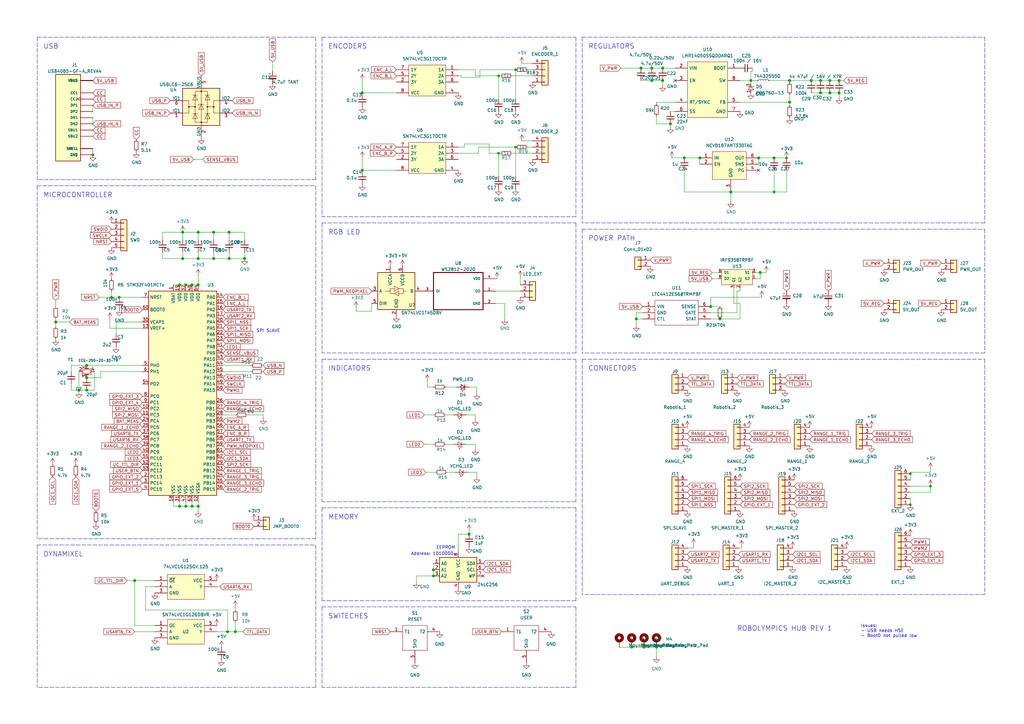
<source format=kicad_sch>
(kicad_sch (version 20211123) (generator eeschema)
  (paper "A3")
  (junction (at 192.405 219.075) (diameter 1.016))
  (junction (at 78.74 116.84) (diameter 1.016))
  (junction (at 45.72 121.92))
  (junction (at 262.89 27.94) (diameter 1.016))
  (junction (at 78.74 207.645) (diameter 1.016))
  (junction (at 373.38 194.31))
  (junction (at 73.66 207.645) (diameter 1.016))
  (junction (at 295.275 130.81) (diameter 1.016))
  (junction (at 291.465 125.73) (diameter 1.016))
  (junction (at 322.58 64.77))
  (junction (at 274.955 50.8) (diameter 1.016))
  (junction (at 317.5 64.77) (diameter 1.016))
  (junction (at 81.28 207.645) (diameter 1.016))
  (junction (at 93.345 259.08) (diameter 1.016))
  (junction (at 81.28 106.045) (diameter 1.016))
  (junction (at 48.895 121.92))
  (junction (at 177.8 233.68) (diameter 1.016))
  (junction (at 317.5 78.74))
  (junction (at 307.975 33.02) (diameter 1.016))
  (junction (at 271.78 27.94) (diameter 1.016))
  (junction (at 204.47 31.115))
  (junction (at 81.28 95.25) (diameter 1.016))
  (junction (at 93.98 106.045) (diameter 1.016))
  (junction (at 267.335 33.02) (diameter 1.016))
  (junction (at 381.635 199.39))
  (junction (at 260.985 130.81) (diameter 1.016))
  (junction (at 373.38 207.01))
  (junction (at 87.63 95.25) (diameter 1.016))
  (junction (at 177.8 236.22) (diameter 1.016))
  (junction (at 96.52 259.08) (diameter 1.016))
  (junction (at 299.72 78.74) (diameter 1.016))
  (junction (at 22.86 132.08) (diameter 1.016))
  (junction (at 32.385 160.02) (diameter 1.016))
  (junction (at 344.17 33.02) (diameter 1.016))
  (junction (at 76.2 116.84) (diameter 1.016))
  (junction (at 100.33 106.045) (diameter 1.016))
  (junction (at 76.2 207.645) (diameter 1.016))
  (junction (at 336.55 33.02) (diameter 1.016))
  (junction (at 81.28 116.84) (diameter 1.016))
  (junction (at 259.08 265.43) (diameter 1.016))
  (junction (at 311.15 64.77) (diameter 1.016))
  (junction (at 74.93 95.25) (diameter 1.016))
  (junction (at 340.36 33.02) (diameter 1.016))
  (junction (at 280.67 64.77) (diameter 1.016))
  (junction (at 323.85 41.91) (diameter 1.016))
  (junction (at 287.02 64.77) (diameter 1.016))
  (junction (at 340.36 38.1) (diameter 1.016))
  (junction (at 271.78 33.02) (diameter 1.016))
  (junction (at 55.245 238.125) (diameter 1.016))
  (junction (at 87.63 106.045) (diameter 1.016))
  (junction (at 211.455 60.325))
  (junction (at 93.98 95.25) (diameter 1.016))
  (junction (at 74.93 106.045) (diameter 1.016))
  (junction (at 344.17 38.1) (diameter 1.016))
  (junction (at 35.56 154.94) (diameter 1.016))
  (junction (at 148.59 69.85) (diameter 1.016))
  (junction (at 264.16 265.43) (diameter 1.016))
  (junction (at 35.56 160.02) (diameter 1.016))
  (junction (at 73.66 116.84) (diameter 1.016))
  (junction (at 148.59 38.1) (diameter 1.016))
  (junction (at 38.1 63.5))
  (junction (at 204.47 62.865))
  (junction (at 332.74 33.02) (diameter 1.016))
  (junction (at 35.56 149.86) (diameter 1.016))
  (junction (at 336.55 38.1) (diameter 1.016))
  (junction (at 311.785 111.76) (diameter 1.016))
  (junction (at 269.24 265.43) (diameter 1.016))
  (junction (at 211.455 28.575))
  (junction (at 323.85 33.02) (diameter 1.016))
  (junction (at 267.335 27.94) (diameter 1.016))
  (no_connect (at 311.15 69.85))
  (no_connect (at 198.12 236.22))
  (no_connect (at 276.86 33.02))
  (polyline (pts (xy 129.54 73.66) (xy 15.24 73.66)))
  (wire (pts (xy 59.69 250.19) (xy 93.345 250.19)))
  (wire (pts (xy 59.69 240.665) (xy 59.69 250.19)))
  (wire (pts (xy 63.5 240.665) (xy 59.69 240.665)))
  (wire (pts (xy 93.345 250.19) (xy 93.345 259.08)))
  (wire (pts (xy 93.345 259.08) (xy 88.9 259.08)))
  (wire (pts (xy 336.55 38.1) (xy 340.36 38.1)))
  (wire (pts (xy 96.52 248.92) (xy 96.52 250.19)))
  (polyline (pts (xy 15.24 223.52) (xy 129.54 223.52)))
  (wire (pts (xy 211.455 60.325) (xy 211.455 72.39)))
  (wire (pts (xy 195.58 195.58) (xy 195.58 193.675)))
  (wire (pts (xy 271.78 27.94) (xy 276.86 27.94)))
  (polyline (pts (xy 132.08 91.44) (xy 132.08 144.78)))
  (wire (pts (xy 41.275 152.4) (xy 41.275 154.94)))
  (wire (pts (xy 196.215 60.325) (xy 211.455 60.325)))
  (wire (pts (xy 187.96 62.865) (xy 196.215 62.865)))
  (wire (pts (xy 196.215 62.865) (xy 196.215 60.325)))
  (wire (pts (xy 22.86 132.08) (xy 22.86 133.985)))
  (wire (pts (xy 287.02 64.77) (xy 287.02 67.31)))
  (wire (pts (xy 22.86 132.08) (xy 28.575 132.08)))
  (wire (pts (xy 308.61 29.21) (xy 308.61 27.94)))
  (wire (pts (xy 262.89 27.94) (xy 267.335 27.94)))
  (wire (pts (xy 203.835 114.3) (xy 203.2 114.3)))
  (wire (pts (xy 170.815 238.76) (xy 170.815 236.22)))
  (wire (pts (xy 317.5 78.74) (xy 299.72 78.74)))
  (polyline (pts (xy 236.22 147.32) (xy 236.22 205.74)))
  (wire (pts (xy 204.47 31.115) (xy 205.105 31.115)))
  (wire (pts (xy 146.05 126.365) (xy 146.05 127.635)))
  (wire (pts (xy 303.53 41.91) (xy 323.85 41.91)))
  (wire (pts (xy 332.74 38.1) (xy 336.55 38.1)))
  (wire (pts (xy 66.675 106.045) (xy 74.93 106.045)))
  (wire (pts (xy 66.675 103.505) (xy 66.675 106.045)))
  (polyline (pts (xy 15.24 76.2) (xy 129.54 76.2)))
  (wire (pts (xy 260.985 130.81) (xy 263.525 130.81)))
  (wire (pts (xy 148.59 69.85) (xy 148.59 70.485)))
  (polyline (pts (xy 15.24 15.24) (xy 129.54 15.24)))
  (wire (pts (xy 22.86 130.81) (xy 22.86 132.08)))
  (wire (pts (xy 262.89 33.02) (xy 267.335 33.02)))
  (wire (pts (xy 274.955 50.8) (xy 274.955 52.07)))
  (wire (pts (xy 187.96 226.06) (xy 187.96 219.075)))
  (wire (pts (xy 302.26 119.38) (xy 303.53 119.38)))
  (wire (pts (xy 73.66 207.645) (xy 76.2 207.645)))
  (wire (pts (xy 73.66 205.74) (xy 73.66 207.645)))
  (polyline (pts (xy 236.22 281.94) (xy 132.08 281.94)))
  (wire (pts (xy 35.56 149.86) (xy 29.21 149.86)))
  (wire (pts (xy 204.47 72.39) (xy 204.47 62.865)))
  (wire (pts (xy 162.56 69.85) (xy 148.59 69.85)))
  (wire (pts (xy 300.99 124.46) (xy 303.53 124.46)))
  (wire (pts (xy 93.98 95.25) (xy 93.98 98.425)))
  (polyline (pts (xy 129.54 15.24) (xy 129.54 73.66)))
  (wire (pts (xy 38.1 48.26) (xy 38.1 50.8)))
  (wire (pts (xy 35.56 149.86) (xy 58.42 149.86)))
  (wire (pts (xy 45.72 121.92) (xy 48.895 121.92)))
  (wire (pts (xy 373.38 201.93) (xy 381.635 201.93)))
  (wire (pts (xy 381.635 201.93) (xy 381.635 199.39)))
  (polyline (pts (xy 403.86 91.44) (xy 238.76 91.44)))
  (wire (pts (xy 323.85 33.02) (xy 332.74 33.02)))
  (polyline (pts (xy 132.08 208.28) (xy 132.08 246.38)))
  (polyline (pts (xy 129.54 220.98) (xy 15.24 220.98)))
  (wire (pts (xy 79.375 65.405) (xy 83.185 65.405)))
  (wire (pts (xy 267.335 27.94) (xy 271.78 27.94)))
  (wire (pts (xy 332.74 33.02) (xy 336.55 33.02)))
  (wire (pts (xy 146.05 127.635) (xy 152.4 127.635)))
  (wire (pts (xy 322.58 69.85) (xy 322.58 78.74)))
  (wire (pts (xy 322.58 78.74) (xy 317.5 78.74)))
  (polyline (pts (xy 236.22 15.24) (xy 236.22 88.9)))
  (wire (pts (xy 315.595 33.02) (xy 323.85 33.02)))
  (wire (pts (xy 340.36 33.02) (xy 344.17 33.02)))
  (wire (pts (xy 280.67 78.74) (xy 299.72 78.74)))
  (wire (pts (xy 107.95 170.18) (xy 101.6 170.18)))
  (wire (pts (xy 107.95 171.45) (xy 107.95 170.18)))
  (wire (pts (xy 29.21 160.02) (xy 32.385 160.02)))
  (wire (pts (xy 96.52 259.08) (xy 99.695 259.08)))
  (wire (pts (xy 182.88 158.75) (xy 187.325 158.75)))
  (polyline (pts (xy 238.76 147.32) (xy 238.76 243.84)))
  (wire (pts (xy 323.85 33.02) (xy 323.85 33.782)))
  (wire (pts (xy 183.515 193.675) (xy 186.69 193.675)))
  (wire (pts (xy 260.985 133.35) (xy 260.985 130.81)))
  (wire (pts (xy 52.07 238.125) (xy 55.245 238.125)))
  (wire (pts (xy 304.165 224.155) (xy 304.165 224.79)))
  (wire (pts (xy 304.165 224.79) (xy 302.895 224.79)))
  (wire (pts (xy 35.56 160.02) (xy 32.385 160.02)))
  (wire (pts (xy 91.44 170.18) (xy 96.52 170.18)))
  (wire (pts (xy 292.1 111.76) (xy 294.64 111.76)))
  (polyline (pts (xy 236.22 144.78) (xy 132.08 144.78)))
  (wire (pts (xy 311.15 64.77) (xy 311.15 67.31)))
  (wire (pts (xy 38.1 60.96) (xy 38.1 63.5)))
  (wire (pts (xy 40.64 121.92) (xy 45.72 121.92)))
  (wire (pts (xy 344.17 38.1) (xy 344.17 40.005)))
  (wire (pts (xy 291.465 130.81) (xy 295.275 130.81)))
  (wire (pts (xy 45.085 130.81) (xy 45.085 134.62)))
  (wire (pts (xy 58.42 134.62) (xy 45.085 134.62)))
  (wire (pts (xy 174.625 193.675) (xy 178.435 193.675)))
  (wire (pts (xy 269.24 265.43) (xy 269.24 269.24)))
  (wire (pts (xy 260.985 128.27) (xy 263.525 128.27)))
  (wire (pts (xy 213.36 113.665) (xy 213.36 116.84)))
  (wire (pts (xy 195.58 161.29) (xy 195.58 158.75)))
  (wire (pts (xy 195.58 158.75) (xy 192.405 158.75)))
  (wire (pts (xy 311.785 111.76) (xy 314.325 111.76)))
  (wire (pts (xy 284.48 223.52) (xy 284.48 224.79)))
  (wire (pts (xy 284.48 224.79) (xy 281.94 224.79)))
  (wire (pts (xy 111.76 25.4) (xy 111.76 29.21)))
  (wire (pts (xy 93.98 103.505) (xy 93.98 106.045)))
  (wire (pts (xy 148.59 33.02) (xy 148.59 38.1)))
  (wire (pts (xy 182.88 182.245) (xy 186.055 182.245)))
  (polyline (pts (xy 403.86 147.32) (xy 403.86 243.84)))
  (wire (pts (xy 336.55 33.02) (xy 340.36 33.02)))
  (wire (pts (xy 274.955 45.72) (xy 276.86 45.72)))
  (wire (pts (xy 291.465 121.92) (xy 291.465 125.73)))
  (wire (pts (xy 291.465 121.92) (xy 312.42 121.92)))
  (wire (pts (xy 259.08 265.43) (xy 264.16 265.43)))
  (wire (pts (xy 317.5 69.85) (xy 317.5 78.74)))
  (wire (pts (xy 175.26 156.21) (xy 175.26 158.75)))
  (wire (pts (xy 175.26 158.75) (xy 177.8 158.75)))
  (polyline (pts (xy 236.22 91.44) (xy 236.22 144.78)))
  (wire (pts (xy 204.47 31.115) (xy 194.945 31.115)))
  (wire (pts (xy 194.945 31.115) (xy 194.945 28.575)))
  (wire (pts (xy 194.945 28.575) (xy 187.96 28.575)))
  (wire (pts (xy 264.16 265.43) (xy 269.24 265.43)))
  (wire (pts (xy 182.88 170.18) (xy 186.055 170.18)))
  (wire (pts (xy 74.93 95.25) (xy 66.675 95.25)))
  (wire (pts (xy 66.675 95.25) (xy 66.675 98.425)))
  (wire (pts (xy 204.47 62.865) (xy 205.105 62.865)))
  (polyline (pts (xy 132.08 147.32) (xy 236.22 147.32)))
  (wire (pts (xy 195.58 193.675) (xy 191.77 193.675)))
  (wire (pts (xy 173.99 182.245) (xy 177.8 182.245)))
  (wire (pts (xy 35.56 154.94) (xy 41.275 154.94)))
  (wire (pts (xy 194.945 170.18) (xy 191.135 170.18)))
  (wire (pts (xy 302.26 128.27) (xy 302.26 119.38)))
  (wire (pts (xy 323.85 38.862) (xy 323.85 41.91)))
  (wire (pts (xy 269.24 50.8) (xy 274.955 50.8)))
  (polyline (pts (xy 236.22 248.92) (xy 236.22 281.94)))
  (wire (pts (xy 295.275 130.81) (xy 303.53 130.81)))
  (polyline (pts (xy 129.54 76.2) (xy 129.54 220.98)))
  (wire (pts (xy 55.245 259.08) (xy 63.5 259.08)))
  (wire (pts (xy 177.8 233.68) (xy 177.8 236.22)))
  (wire (pts (xy 307.975 34.29) (xy 307.975 33.02)))
  (wire (pts (xy 211.455 28.575) (xy 196.85 28.575)))
  (wire (pts (xy 196.85 28.575) (xy 196.85 31.75)))
  (wire (pts (xy 196.85 31.75) (xy 189.23 31.75)))
  (wire (pts (xy 189.23 31.75) (xy 189.23 31.115)))
  (wire (pts (xy 189.23 31.115) (xy 187.96 31.115)))
  (wire (pts (xy 309.88 111.76) (xy 311.785 111.76)))
  (polyline (pts (xy 403.86 144.78) (xy 238.76 144.78)))
  (wire (pts (xy 213.995 57.785) (xy 218.44 57.785)))
  (polyline (pts (xy 236.22 208.28) (xy 236.22 246.38)))
  (wire (pts (xy 216.535 60.325) (xy 218.44 60.325)))
  (wire (pts (xy 210.185 31.115) (xy 218.44 31.115)))
  (wire (pts (xy 78.74 207.645) (xy 81.28 207.645)))
  (wire (pts (xy 78.74 205.74) (xy 78.74 207.645)))
  (wire (pts (xy 81.28 95.25) (xy 87.63 95.25)))
  (wire (pts (xy 74.93 98.425) (xy 74.93 95.25)))
  (wire (pts (xy 74.93 95.25) (xy 81.28 95.25)))
  (wire (pts (xy 87.63 95.25) (xy 93.98 95.25)))
  (wire (pts (xy 100.33 95.25) (xy 100.33 98.425)))
  (wire (pts (xy 93.98 95.25) (xy 100.33 95.25)))
  (wire (pts (xy 81.28 95.25) (xy 81.28 98.425)))
  (polyline (pts (xy 238.76 15.24) (xy 238.76 91.44)))
  (polyline (pts (xy 15.24 76.2) (xy 15.24 220.98)))
  (polyline (pts (xy 403.86 243.84) (xy 238.76 243.84)))
  (wire (pts (xy 204.47 62.865) (xy 200.66 62.865)))
  (wire (pts (xy 200.66 62.865) (xy 200.66 59.055)))
  (wire (pts (xy 200.66 59.055) (xy 190.5 59.055)))
  (wire (pts (xy 190.5 59.055) (xy 190.5 60.325)))
  (wire (pts (xy 190.5 60.325) (xy 187.96 60.325)))
  (wire (pts (xy 194.945 182.245) (xy 191.135 182.245)))
  (polyline (pts (xy 132.08 248.92) (xy 132.08 281.94)))
  (wire (pts (xy 303.53 124.46) (xy 303.53 130.81)))
  (wire (pts (xy 311.15 64.77) (xy 317.5 64.77)))
  (wire (pts (xy 22.86 123.19) (xy 22.86 125.73)))
  (wire (pts (xy 71.12 205.74) (xy 71.12 207.645)))
  (wire (pts (xy 71.12 207.645) (xy 73.66 207.645)))
  (polyline (pts (xy 15.24 15.24) (xy 15.24 73.66)))
  (wire (pts (xy 41.275 152.4) (xy 58.42 152.4)))
  (wire (pts (xy 45.72 119.38) (xy 45.72 121.92)))
  (wire (pts (xy 292.1 114.3) (xy 294.64 114.3)))
  (polyline (pts (xy 132.08 208.28) (xy 236.22 208.28)))
  (wire (pts (xy 211.455 28.575) (xy 211.455 40.64)))
  (wire (pts (xy 216.535 28.575) (xy 218.44 28.575)))
  (wire (pts (xy 280.67 69.85) (xy 280.67 78.74)))
  (wire (pts (xy 93.345 259.08) (xy 96.52 259.08)))
  (wire (pts (xy 55.245 238.125) (xy 63.5 238.125)))
  (wire (pts (xy 63.5 256.54) (xy 55.245 256.54)))
  (wire (pts (xy 55.245 256.54) (xy 55.245 238.125)))
  (polyline (pts (xy 236.22 88.9) (xy 132.08 88.9)))
  (wire (pts (xy 74.93 106.045) (xy 81.28 106.045)))
  (wire (pts (xy 81.28 106.045) (xy 87.63 106.045)))
  (wire (pts (xy 74.93 103.505) (xy 74.93 106.045)))
  (wire (pts (xy 93.98 106.045) (xy 100.33 106.045)))
  (wire (pts (xy 100.33 106.045) (xy 100.33 103.505)))
  (wire (pts (xy 87.63 106.045) (xy 93.98 106.045)))
  (wire (pts (xy 373.38 199.39) (xy 381.635 199.39)))
  (polyline (pts (xy 238.76 15.24) (xy 403.86 15.24)))
  (wire (pts (xy 203.2 119.38) (xy 213.36 119.38)))
  (wire (pts (xy 47.625 137.16) (xy 47.625 132.08)))
  (wire (pts (xy 47.625 132.08) (xy 58.42 132.08)))
  (wire (pts (xy 291.465 128.27) (xy 302.26 128.27)))
  (wire (pts (xy 91.44 152.4) (xy 102.87 152.4)))
  (polyline (pts (xy 238.76 147.32) (xy 403.86 147.32)))
  (wire (pts (xy 148.59 64.77) (xy 148.59 69.85)))
  (wire (pts (xy 204.47 40.64) (xy 204.47 31.115)))
  (wire (pts (xy 307.975 33.02) (xy 303.53 33.02)))
  (polyline (pts (xy 132.08 15.24) (xy 236.22 15.24)))
  (wire (pts (xy 203.2 124.46) (xy 207.01 124.46)))
  (wire (pts (xy 38.1 43.18) (xy 38.1 45.72)))
  (wire (pts (xy 269.24 47.625) (xy 269.24 50.8)))
  (wire (pts (xy 177.8 231.14) (xy 177.8 233.68)))
  (wire (pts (xy 269.24 41.91) (xy 276.86 41.91)))
  (polyline (pts (xy 132.08 248.92) (xy 236.22 248.92)))
  (wire (pts (xy 29.21 157.48) (xy 29.21 160.02)))
  (wire (pts (xy 213.995 26.035) (xy 218.44 26.035)))
  (wire (pts (xy 323.85 41.91) (xy 323.85 43.18)))
  (wire (pts (xy 81.28 113.03) (xy 81.28 116.84)))
  (polyline (pts (xy 132.08 147.32) (xy 132.08 205.74)))
  (wire (pts (xy 170.815 236.22) (xy 177.8 236.22)))
  (wire (pts (xy 254.635 27.94) (xy 262.89 27.94)))
  (wire (pts (xy 309.88 114.3) (xy 311.785 114.3)))
  (wire (pts (xy 299.72 78.74) (xy 299.72 82.55)))
  (wire (pts (xy 271.78 33.02) (xy 271.78 34.925)))
  (wire (pts (xy 81.28 207.645) (xy 81.28 209.55)))
  (wire (pts (xy 81.28 205.74) (xy 81.28 207.645)))
  (wire (pts (xy 32.385 160.02) (xy 32.385 160.655)))
  (polyline (pts (xy 236.22 246.38) (xy 132.08 246.38)))
  (wire (pts (xy 81.28 103.505) (xy 81.28 106.045)))
  (wire (pts (xy 192.405 217.805) (xy 192.405 219.075)))
  (wire (pts (xy 344.17 33.02) (xy 346.075 33.02)))
  (wire (pts (xy 96.52 259.08) (xy 96.52 255.27)))
  (wire (pts (xy 275.59 64.77) (xy 280.67 64.77)))
  (wire (pts (xy 254 265.43) (xy 259.08 265.43)))
  (wire (pts (xy 280.67 64.77) (xy 287.02 64.77)))
  (wire (pts (xy 340.36 38.1) (xy 344.17 38.1)))
  (wire (pts (xy 38.735 152.4) (xy 38.735 160.02)))
  (wire (pts (xy 91.44 149.86) (xy 102.87 149.86)))
  (wire (pts (xy 373.38 194.31) (xy 373.38 196.85)))
  (wire (pts (xy 148.59 38.1) (xy 148.59 38.735)))
  (wire (pts (xy 317.5 64.77) (xy 322.58 64.77)))
  (wire (pts (xy 87.63 95.25) (xy 87.63 98.425)))
  (wire (pts (xy 73.66 116.84) (xy 76.2 116.84)))
  (wire (pts (xy 71.12 116.84) (xy 73.66 116.84)))
  (wire (pts (xy 76.2 116.84) (xy 78.74 116.84)))
  (wire (pts (xy 78.74 116.84) (xy 81.28 116.84)))
  (polyline (pts (xy 129.54 281.94) (xy 15.24 281.94)))
  (wire (pts (xy 291.465 125.73) (xy 295.275 125.73)))
  (wire (pts (xy 260.985 130.81) (xy 260.985 128.27)))
  (wire (pts (xy 152.4 127.635) (xy 152.4 124.46)))
  (wire (pts (xy 194.945 172.085) (xy 194.945 170.18)))
  (polyline (pts (xy 132.08 91.44) (xy 236.22 91.44)))
  (wire (pts (xy 300.99 118.11) (xy 300.99 124.46)))
  (wire (pts (xy 38.735 160.02) (xy 35.56 160.02)))
  (wire (pts (xy 32.385 152.4) (xy 32.385 160.02)))
  (wire (pts (xy 207.01 124.46) (xy 207.01 130.81)))
  (polyline (pts (xy 129.54 223.52) (xy 129.54 281.94)))
  (wire (pts (xy 373.38 204.47) (xy 373.38 207.01)))
  (wire (pts (xy 29.21 149.86) (xy 29.21 152.4)))
  (polyline (pts (xy 238.76 93.98) (xy 238.76 144.78)))
  (wire (pts (xy 307.975 33.02) (xy 307.975 29.21)))
  (wire (pts (xy 76.2 207.645) (xy 78.74 207.645)))
  (wire (pts (xy 76.2 205.74) (xy 76.2 207.645)))
  (wire (pts (xy 311.785 114.3) (xy 311.785 111.76)))
  (polyline (pts (xy 132.08 15.24) (xy 132.08 88.9)))
  (wire (pts (xy 373.38 193.675) (xy 373.38 194.31)))
  (wire (pts (xy 381.635 192.405) (xy 381.635 193.675)))
  (wire (pts (xy 381.635 193.675) (xy 373.38 193.675)))
  (polyline (pts (xy 236.22 205.74) (xy 132.08 205.74)))
  (wire (pts (xy 307.975 29.21) (xy 308.61 29.21)))
  (wire (pts (xy 194.945 184.15) (xy 194.945 182.245)))
  (wire (pts (xy 267.335 33.02) (xy 271.78 33.02)))
  (wire (pts (xy 269.24 42.545) (xy 269.24 41.91)))
  (wire (pts (xy 303.53 119.38) (xy 303.53 118.11)))
  (wire (pts (xy 88.9 240.665) (xy 90.17 240.665)))
  (wire (pts (xy 187.96 219.075) (xy 192.405 219.075)))
  (polyline (pts (xy 403.86 15.24) (xy 403.86 91.44)))
  (polyline (pts (xy 403.86 93.98) (xy 403.86 144.78)))
  (wire (pts (xy 173.99 170.18) (xy 177.8 170.18)))
  (wire (pts (xy 48.895 121.92) (xy 58.42 121.92)))
  (polyline (pts (xy 238.76 93.98) (xy 403.86 93.98)))
  (polyline (pts (xy 15.24 223.52) (xy 15.24 281.94)))
  (wire (pts (xy 162.56 38.1) (xy 148.59 38.1)))
  (wire (pts (xy 210.185 62.865) (xy 218.44 62.865)))
  (wire (pts (xy 87.63 103.505) (xy 87.63 106.045)))
  (wire (pts (xy 307.975 33.02) (xy 310.515 33.02)))
  (text "EEPROM" (at 186.69 225.425 180) (effects (font (size 1.27 1.27)) (justify right bottom)))
  (text "SWITECHES" (at 134.62 254 0) (effects (font (size 2 2)) (justify left bottom)))
  (text "REGULATORS" (at 241.3 20.32 0) (effects (font (size 2 2)) (justify left bottom)))
  (text "CONNECTORS" (at 241.3 152.4 0) (effects (font (size 2 2)) (justify left bottom)))
  (text "Issues:\n- USB needs HSE\n- Boot0 not pulled low" (at 353.06 261.62 0) (effects (font (size 1.27 1.27)) (justify left bottom)))
  (text "Address: 1010000\n" (at 186.055 227.965 180) (effects (font (size 1.27 1.27)) (justify right bottom)))
  (text "RGB LED" (at 134.62 96.52 0) (effects (font (size 2 2)) (justify left bottom)))
  (text "MICROCONTROLLER" (at 17.78 81.28 0) (effects (font (size 2 2)) (justify left bottom)))
  (text "MEMORY" (at 134.62 213.36 0) (effects (font (size 2 2)) (justify left bottom)))
  (text "POWER PATH" (at 241.3 99.06 0) (effects (font (size 2 2)) (justify left bottom)))
  (text "INDICATORS" (at 134.62 152.4 0) (effects (font (size 2 2)) (justify left bottom)))
  (text "ROBOLYMPICS HUB REV 1" (at 302.26 259.08 0) (effects (font (size 2 2)) (justify left bottom)))
  (text "DYNAMIXEL" (at 17.78 228.6 0) (effects (font (size 2 2)) (justify left bottom)))
  (text "USB" (at 17.78 20.32 0) (effects (font (size 2 2)) (justify left bottom)))
  (text "SPI SLAVE" (at 114.935 136.525 180) (effects (font (size 1.27 1.27)) (justify right bottom)))
  (text "ENCODERS" (at 134.62 20.32 0) (effects (font (size 2 2)) (justify left bottom)))
  (global_label "BAT_MEAS" (shape input) (at 58.42 172.72 180) (property "Intersheet References" "${INTERSHEET_REFS}" (effects hide)))
  (global_label "GPIO_EXT_5" (shape input) (at 58.42 200.66 180) (property "Intersheet References" "${INTERSHEET_REFS}" (effects hide)))
  (global_label "I2C1_SCL" (shape input) (at 198.12 233.68 0) (property "Intersheet References" "${INTERSHEET_REFS}" (effects hide)))
  (global_label "CC" (shape input) (at 38.1 40.64 0) (property "Intersheet References" "${INTERSHEET_REFS}" (effects hide)))
  (global_label "USART2_TX" (shape input) (at 91.44 127 0) (property "Intersheet References" "${INTERSHEET_REFS}" (effects hide)))
  (global_label "V_PWR" (shape input) (at 266.7 106.68 0) (property "Intersheet References" "${INTERSHEET_REFS}" (effects hide)))
  (global_label "I2C1_SDA" (shape input) (at 325.12 229.87 0) (property "Intersheet References" "${INTERSHEET_REFS}" (effects hide)))
  (global_label "LED2" (shape input) (at 58.42 185.42 180) (property "Intersheet References" "${INTERSHEET_REFS}" (effects hide)))
  (global_label "USART1_TX" (shape input) (at 302.895 229.87 0) (property "Intersheet References" "${INTERSHEET_REFS}" (effects hide)))
  (global_label "I2C1_SDA" (shape input) (at 91.44 187.96 0) (property "Intersheet References" "${INTERSHEET_REFS}" (effects hide)))
  (global_label "SPI1_NSS" (shape input) (at 91.44 132.08 0) (property "Intersheet References" "${INTERSHEET_REFS}" (effects hide)))
  (global_label "RANGE_4_ECHO" (shape input) (at 91.44 167.64 0) (property "Intersheet References" "${INTERSHEET_REFS}" (effects hide)))
  (global_label "BAT_MEAS" (shape input) (at 28.575 132.08 0) (property "Intersheet References" "${INTERSHEET_REFS}" (effects hide)))
  (global_label "PWM2" (shape input) (at 91.44 172.72 0) (property "Intersheet References" "${INTERSHEET_REFS}" (effects hide)))
  (global_label "USART2_TX" (shape input) (at 281.94 229.87 0) (property "Intersheet References" "${INTERSHEET_REFS}" (effects hide)))
  (global_label "5V_REG" (shape input) (at 362.585 124.46 180) (property "Intersheet References" "${INTERSHEET_REFS}" (effects hide)))
  (global_label "SPI1_SCK" (shape input) (at 91.44 134.62 0) (property "Intersheet References" "${INTERSHEET_REFS}" (effects hide)))
  (global_label "USB_N" (shape input) (at 107.95 149.86 0) (property "Intersheet References" "${INTERSHEET_REFS}" (effects hide)))
  (global_label "ENC_B_R" (shape input) (at 91.44 177.8 0) (property "Intersheet References" "${INTERSHEET_REFS}" (effects hide)))
  (global_label "RANGE_2_ECHO" (shape input) (at 58.42 182.88 180) (property "Intersheet References" "${INTERSHEET_REFS}" (effects hide)))
  (global_label "V_PWR" (shape input) (at 362.585 107.95 180) (property "Intersheet References" "${INTERSHEET_REFS}" (effects hide)))
  (global_label "USB_IN_P" (shape input) (at 38.1 43.18 0) (property "Intersheet References" "${INTERSHEET_REFS}" (effects hide)))
  (global_label "GPIO_EXT_2" (shape input) (at 58.42 195.58 180) (property "Intersheet References" "${INTERSHEET_REFS}" (effects hide)))
  (global_label "RANGE_2_TRIG" (shape input) (at 307.34 177.8 0) (property "Intersheet References" "${INTERSHEET_REFS}" (effects hide)))
  (global_label "CC" (shape input) (at 38.1 38.1 0) (property "Intersheet References" "${INTERSHEET_REFS}" (effects hide)))
  (global_label "NRST" (shape input) (at 160.02 259.08 180) (property "Intersheet References" "${INTERSHEET_REFS}" (effects hide)))
  (global_label "SPI2_SCK" (shape input) (at 91.44 190.5 0) (property "Intersheet References" "${INTERSHEET_REFS}" (effects hide)))
  (global_label "BOOT0" (shape input) (at 58.42 127 180) (property "Intersheet References" "${INTERSHEET_REFS}" (effects hide)))
  (global_label "USART6_TX" (shape input) (at 58.42 177.8 180) (property "Intersheet References" "${INTERSHEET_REFS}" (effects hide)))
  (global_label "ENC_A_R" (shape input) (at 162.56 60.325 180) (property "Intersheet References" "${INTERSHEET_REFS}" (effects hide)))
  (global_label "V_PWR" (shape input) (at 321.945 154.94 0) (property "Intersheet References" "${INTERSHEET_REFS}" (effects hide)))
  (global_label "V_PWR" (shape input) (at 302.26 154.94 0) (property "Intersheet References" "${INTERSHEET_REFS}" (effects hide)))
  (global_label "SPI1_MISO" (shape input) (at 281.94 201.93 0) (property "Intersheet References" "${INTERSHEET_REFS}" (effects hide)))
  (global_label "USART6_RX" (shape input) (at 58.42 180.34 180) (property "Intersheet References" "${INTERSHEET_REFS}" (effects hide)))
  (global_label "5V_USB" (shape input) (at 263.525 125.73 180) (property "Intersheet References" "${INTERSHEET_REFS}" (effects hide)))
  (global_label "I2C1_SDA" (shape input) (at 198.12 231.14 0) (property "Intersheet References" "${INTERSHEET_REFS}" (effects hide)))
  (global_label "USART1_RX" (shape input) (at 302.895 227.33 0) (property "Intersheet References" "${INTERSHEET_REFS}" (effects hide)))
  (global_label "V_PWR" (shape input) (at 386.08 107.95 180) (property "Intersheet References" "${INTERSHEET_REFS}" (effects hide)))
  (global_label "USART2_RX" (shape input) (at 281.94 227.33 0) (property "Intersheet References" "${INTERSHEET_REFS}" (effects hide)))
  (global_label "TTL_DATA" (shape input) (at 321.945 157.48 0) (property "Intersheet References" "${INTERSHEET_REFS}" (effects hide)))
  (global_label "CC" (shape input) (at 38.1 53.34 0) (property "Intersheet References" "${INTERSHEET_REFS}" (effects hide)))
  (global_label "USART1_TX" (shape input) (at 91.44 180.34 0) (property "Intersheet References" "${INTERSHEET_REFS}" (effects hide)))
  (global_label "SPI2_SCK" (shape input) (at 303.53 199.39 0) (property "Intersheet References" "${INTERSHEET_REFS}" (effects hide)))
  (global_label "V_PWR" (shape input) (at 281.94 154.94 0) (property "Intersheet References" "${INTERSHEET_REFS}" (effects hide)))
  (global_label "LED3" (shape input) (at 58.42 187.96 180) (property "Intersheet References" "${INTERSHEET_REFS}" (effects hide)))
  (global_label "GPIO_EXT_1" (shape input) (at 303.53 207.01 0) (property "Intersheet References" "${INTERSHEET_REFS}" (effects hide)))
  (global_label "GPIO_EXT_1" (shape input) (at 58.42 198.12 180) (property "Intersheet References" "${INTERSHEET_REFS}" (effects hide)))
  (global_label "SWDIO" (shape input) (at 91.44 154.94 0) (property "Intersheet References" "${INTERSHEET_REFS}" (effects hide)))
  (global_label "GPIO_EXT_4" (shape input) (at 373.38 229.87 0) (property "Intersheet References" "${INTERSHEET_REFS}" (effects hide)))
  (global_label "LED3" (shape input) (at 174.625 193.675 180) (property "Intersheet References" "${INTERSHEET_REFS}" (effects hide)))
  (global_label "USB_P" (shape input) (at 107.95 152.4 0) (property "Intersheet References" "${INTERSHEET_REFS}" (effects hide)))
  (global_label "RANGE_2_TRIG" (shape input) (at 91.44 200.66 0) (property "Intersheet References" "${INTERSHEET_REFS}" (effects hide)))
  (global_label "SPI2_MISO" (shape input) (at 325.755 201.93 0) (property "Intersheet References" "${INTERSHEET_REFS}" (effects hide)))
  (global_label "PWM_NEOPIXEL" (shape input) (at 152.4 119.38 180) (property "Intersheet References" "${INTERSHEET_REFS}" (effects hide)))
  (global_label "USB_IN_N" (shape input) (at 95.25 46.355 0) (property "Intersheet References" "${INTERSHEET_REFS}" (effects hide)))
  (global_label "SPI1_MOSI" (shape input) (at 281.94 204.47 0) (property "Intersheet References" "${INTERSHEET_REFS}" (effects hide)))
  (global_label "I2C1_SCL" (shape input) (at 325.12 227.33 0) (property "Intersheet References" "${INTERSHEET_REFS}" (effects hide)))
  (global_label "USER_BTN" (shape input) (at 205.74 259.08 180) (property "Intersheet References" "${INTERSHEET_REFS}" (effects hide)))
  (global_label "I2C1_SDA" (shape input) (at 347.345 229.87 0) (property "Intersheet References" "${INTERSHEET_REFS}" (effects hide)))
  (global_label "LED1" (shape input) (at 173.99 170.18 180) (property "Intersheet References" "${INTERSHEET_REFS}" (effects hide)))
  (global_label "LED1" (shape input) (at 91.44 142.24 0) (property "Intersheet References" "${INTERSHEET_REFS}" (effects hide)))
  (global_label "CC" (shape input) (at 55.88 57.15 90) (property "Intersheet References" "${INTERSHEET_REFS}" (effects hide)))
  (global_label "BOOT0" (shape input) (at 104.14 215.9 180) (property "Intersheet References" "${INTERSHEET_REFS}" (effects hide)))
  (global_label "GPIO_EXT_2" (shape input) (at 325.755 207.01 0) (property "Intersheet References" "${INTERSHEET_REFS}" (effects hide)))
  (global_label "SWCLK" (shape input) (at 45.72 96.52 180) (property "Intersheet References" "${INTERSHEET_REFS}" (effects hide)))
  (global_label "SENSE_VBUS" (shape input) (at 91.44 144.78 0) (property "Intersheet References" "${INTERSHEET_REFS}" (effects hide)))
  (global_label "RANGE_4_TRIG" (shape input) (at 281.94 177.8 0) (property "Intersheet References" "${INTERSHEET_REFS}" (effects hide)))
  (global_label "BOOT0" (shape input) (at 39.37 209.55 90) (property "Intersheet References" "${INTERSHEET_REFS}" (effects hide)))
  (global_label "RANGE_1_ECHO" (shape input) (at 58.42 175.26 180) (property "Intersheet References" "${INTERSHEET_REFS}" (effects hide)))
  (global_label "USART1_RX" (shape input) (at 91.44 147.32 0) (property "Intersheet References" "${INTERSHEET_REFS}" (effects hide)))
  (global_label "USART6_RX" (shape input) (at 90.17 240.665 0) (property "Intersheet References" "${INTERSHEET_REFS}" (effects hide)))
  (global_label "SPI2_MISO" (shape input) (at 303.53 201.93 0) (property "Intersheet References" "${INTERSHEET_REFS}" (effects hide)))
  (global_label "GPIO_EXT_3" (shape input) (at 373.38 227.33 0) (property "Intersheet References" "${INTERSHEET_REFS}" (effects hide)))
  (global_label "LED2" (shape input) (at 173.99 182.245 180) (property "Intersheet References" "${INTERSHEET_REFS}" (effects hide)))
  (global_label "V_PWR" (shape input) (at 22.86 123.19 90) (property "Intersheet References" "${INTERSHEET_REFS}" (effects hide)))
  (global_label "SPI2_MOSI" (shape input) (at 303.53 204.47 0) (property "Intersheet References" "${INTERSHEET_REFS}" (effects hide)))
  (global_label "I2C1_SCL" (shape input) (at 21.59 195.58 270) (property "Intersheet References" "${INTERSHEET_REFS}" (effects hide)))
  (global_label "ENC_A_L" (shape input) (at 162.56 28.575 180) (property "Intersheet References" "${INTERSHEET_REFS}" (effects hide)))
  (global_label "RANGE_1_ECHO" (shape input) (at 332.105 180.34 0) (property "Intersheet References" "${INTERSHEET_REFS}" (effects hide)))
  (global_label "SPI2_MOSI" (shape input) (at 325.755 204.47 0) (property "Intersheet References" "${INTERSHEET_REFS}" (effects hide)))
  (global_label "ENC_A_R" (shape input) (at 91.44 175.26 0) (property "Intersheet References" "${INTERSHEET_REFS}" (effects hide)))
  (global_label "PWM1" (shape input) (at 91.44 160.02 0) (property "Intersheet References" "${INTERSHEET_REFS}" (effects hide)))
  (global_label "5V_USB" (shape input) (at 292.1 114.3 180) (property "Intersheet References" "${INTERSHEET_REFS}" (effects hide)))
  (global_label "V_PWR" (shape input) (at 339.725 119.38 90) (property "Intersheet References" "${INTERSHEET_REFS}" (effects hide)))
  (global_label "GPIO_EXT_4" (shape input) (at 58.42 165.1 180) (property "Intersheet References" "${INTERSHEET_REFS}" (effects hide)))
  (global_label "SWCLK" (shape input) (at 91.44 157.48 0) (property "Intersheet References" "${INTERSHEET_REFS}" (effects hide)))
  (global_label "RANGE_1_TRIG" (shape input) (at 91.44 193.04 0) (property "Intersheet References" "${INTERSHEET_REFS}" (effects hide)))
  (global_label "SPI2_MISO" (shape input) (at 58.42 167.64 180) (property "Intersheet References" "${INTERSHEET_REFS}" (effects hide)))
  (global_label "NRST" (shape input) (at 40.64 121.92 180) (property "Intersheet References" "${INTERSHEET_REFS}" (effects hide)))
  (global_label "ENC_A_L" (shape input) (at 91.44 124.46 0) (property "Intersheet References" "${INTERSHEET_REFS}" (effects hide)))
  (global_label "SPI1_SCK" (shape input) (at 281.94 199.39 0) (property "Intersheet References" "${INTERSHEET_REFS}" (effects hide)))
  (global_label "ENC_B_R" (shape input) (at 162.56 62.865 180) (property "Intersheet References" "${INTERSHEET_REFS}" (effects hide)))
  (global_label "V_PWR" (shape input) (at 322.58 119.38 90) (property "Intersheet References" "${INTERSHEET_REFS}" (effects hide)))
  (global_label "UC_TTL_DIR" (shape input) (at 52.07 238.125 180) (property "Intersheet References" "${INTERSHEET_REFS}" (effects hide)))
  (global_label "USER_BTN" (shape input) (at 58.42 193.04 180) (property "Intersheet References" "${INTERSHEET_REFS}" (effects hide)))
  (global_label "SPI1_NSS" (shape input) (at 281.94 207.01 0) (property "Intersheet References" "${INTERSHEET_REFS}" (effects hide)))
  (global_label "RANGE_2_ECHO" (shape input) (at 307.34 180.34 0) (property "Intersheet References" "${INTERSHEET_REFS}" (effects hide)))
  (global_label "5V_REG" (shape input) (at 386.08 124.46 180) (property "Intersheet References" "${INTERSHEET_REFS}" (effects hide)))
  (global_label "USART2_RX" (shape input) (at 91.44 129.54 0) (property "Intersheet References" "${INTERSHEET_REFS}" (effects hide)))
  (global_label "ENC_B_L" (shape input) (at 91.44 121.92 0) (property "Intersheet References" "${INTERSHEET_REFS}" (effects hide)))
  (global_label "PWM2" (shape input) (at 373.38 224.79 0) (property "Intersheet References" "${INTERSHEET_REFS}" (effects hide)))
  (global_label "5V_USB" (shape input) (at 111.76 25.4 90) (property "Intersheet References" "${INTERSHEET_REFS}" (effects hide)))
  (global_label "I2C1_SCL" (shape input) (at 347.345 227.33 0) (property "Intersheet References" "${INTERSHEET_REFS}" (effects hide)))
  (global_label "RANGE_3_TRIG" (shape input) (at 357.505 177.8 0) (property "Intersheet References" "${INTERSHEET_REFS}" (effects hide)))
  (global_label "5V_REG" (shape input) (at 346.075 33.02 0) (property "Intersheet References" "${INTERSHEET_REFS}" (effects hide)))
  (global_label "RANGE_3_ECHO" (shape input) (at 357.505 180.34 0) (property "Intersheet References" "${INTERSHEET_REFS}" (effects hide)))
  (global_label "USB_IN_P" (shape input) (at 69.85 46.355 180) (property "Intersheet References" "${INTERSHEET_REFS}" (effects hide)))
  (global_label "RANGE_4_TRIG" (shape input) (at 91.44 165.1 0) (property "Intersheet References" "${INTERSHEET_REFS}" (effects hide)))
  (global_label "CC" (shape input) (at 38.1 55.88 0) (property "Intersheet References" "${INTERSHEET_REFS}" (effects hide)))
  (global_label "V_PWR" (shape input) (at 254.635 27.94 180) (property "Intersheet References" "${INTERSHEET_REFS}" (effects hide)))
  (global_label "5V_USB" (shape input) (at 79.375 65.405 180) (property "Intersheet References" "${INTERSHEET_REFS}" (effects hide)))
  (global_label "SPI1_MOSI" (shape input) (at 91.44 139.7 0) (property "Intersheet References" "${INTERSHEET_REFS}" (effects hide)))
  (global_label "5V_REG" (shape input) (at 292.1 111.76 180) (property "Intersheet References" "${INTERSHEET_REFS}" (effects hide)))
  (global_label "SPI2_SCK" (shape input) (at 325.755 199.39 0) (property "Intersheet References" "${INTERSHEET_REFS}" (effects hide)))
  (global_label "USART6_TX" (shape input) (at 55.245 259.08 180) (property "Intersheet References" "${INTERSHEET_REFS}" (effects hide)))
  (global_label "5V_USB" (shape input) (at 38.1 33.02 0) (property "Intersheet References" "${INTERSHEET_REFS}" (effects hide)))
  (global_label "RANGE_1_TRIG" (shape input) (at 332.105 177.8 0) (property "Intersheet References" "${INTERSHEET_REFS}" (effects hide)))
  (global_label "UC_TTL_DIR" (shape input) (at 58.42 190.5 180) (property "Intersheet References" "${INTERSHEET_REFS}" (effects hide)))
  (global_label "USB_IN_N" (shape input) (at 38.1 50.8 0) (property "Intersheet References" "${INTERSHEET_REFS}" (effects hide)))
  (global_label "RANGE_3_ECHO" (shape input) (at 91.44 198.12 0) (property "Intersheet References" "${INTERSHEET_REFS}" (effects hide)))
  (global_label "USB_P" (shape input) (at 69.85 41.275 180) (property "Intersheet References" "${INTERSHEET_REFS}" (effects hide)))
  (global_label "PWM1" (shape input) (at 373.38 222.25 0) (property "Intersheet References" "${INTERSHEET_REFS}" (effects hide)))
  (global_label "RANGE_4_ECHO" (shape input) (at 281.94 180.34 0) (property "Intersheet References" "${INTERSHEET_REFS}" (effects hide)))
  (global_label "SPI1_MISO" (shape input) (at 91.44 137.16 0) (property "Intersheet References" "${INTERSHEET_REFS}" (effects hide)))
  (global_label "I2C1_SCL" (shape input) (at 91.44 185.42 0) (property "Intersheet References" "${INTERSHEET_REFS}" (effects hide)))
  (global_label "USB_N" (shape input) (at 95.25 41.275 0) (property "Intersheet References" "${INTERSHEET_REFS}" (effects hide)))
  (global_label "PWM_NEOPIXEL" (shape input) (at 91.44 182.88 0) (property "Intersheet References" "${INTERSHEET_REFS}" (effects hide)))
  (global_label "SENSE_VBUS" (shape input) (at 83.185 65.405 0) (property "Intersheet References" "${INTERSHEET_REFS}" (effects hide)))
  (global_label "SWDIO" (shape input) (at 45.72 93.98 180) (property "Intersheet References" "${INTERSHEET_REFS}" (effects hide)))
  (global_label "ENC_B_L" (shape input) (at 162.56 31.115 180) (property "Intersheet References" "${INTERSHEET_REFS}" (effects hide)))
  (global_label "SPI2_MOSI" (shape input) (at 58.42 170.18 180) (property "Intersheet References" "${INTERSHEET_REFS}" (effects hide)))
  (global_label "I2C1_SDA" (shape input) (at 31.115 195.58 270) (property "Intersheet References" "${INTERSHEET_REFS}" (effects hide)))
  (global_label "NRST" (shape input) (at 45.72 99.06 180) (property "Intersheet References" "${INTERSHEET_REFS}" (effects hide)))
  (global_label "GPIO_EXT_3" (shape input) (at 58.42 162.56 180) (property "Intersheet References" "${INTERSHEET_REFS}" (effects hide)))
  (global_label "TTL_DATA" (shape input) (at 99.695 259.08 0) (property "Intersheet References" "${INTERSHEET_REFS}" (effects hide)))
  (global_label "TTL_DATA" (shape input) (at 302.26 157.48 0) (property "Intersheet References" "${INTERSHEET_REFS}" (effects hide)))
  (global_label "TTL_DATA" (shape input) (at 281.94 157.48 0) (property "Intersheet References" "${INTERSHEET_REFS}" (effects hide)))
  (global_label "5V_USB" (shape input) (at 82.55 31.115 90) (property "Intersheet References" "${INTERSHEET_REFS}" (effects hide)))
  (global_label "RANGE_3_TRIG" (shape input) (at 91.44 195.58 0) (property "Intersheet References" "${INTERSHEET_REFS}" (effects hide)))
  (symbol (lib_id "power:+3.3V") (at 45.72 91.44 0) (unit 1)
    (property "Reference" "#PWR08" (effects hide))
    (property "Value" "+3.3V" (at 45.72 86.995 0))
  )
  (symbol (lib_id "Mechanical:MountingHole_Pad") (at 269.24 262.89 0) (unit 1)
    (property "Reference" "H4" (at 273.05 262.1279 0) (effects (justify left)))
    (property "Value" "MountingHole_Pad" (at 273.05 264.6679 0) (effects (justify left)))
    (property "Footprint" "MountingHole:MountingHole_2.7mm_M2.5_Pad" (effects hide))
  )
  (symbol (lib_id "power:GND") (at 307.975 38.1 0) (unit 1)
    (property "Reference" "#PWR085" (effects hide))
    (property "Value" "GND" (at 311.785 38.6144 0))
  )
  (symbol (lib_id "power:GND") (at 307.34 182.88 0) (unit 1)
    (property "Reference" "#PWR084" (effects hide))
    (property "Value" "GND" (at 307.467 187.2742 0))
  )
  (symbol (lib_id "power:+3.3V") (at 347.345 224.79 0) (unit 1)
    (property "Reference" "#PWR0100" (effects hide))
    (property "Value" "+3.3V" (at 347.345 220.345 0))
  )
  (symbol (lib_id "power:GND") (at 322.58 124.46 0) (unit 1)
    (property "Reference" "#PWR090" (effects hide))
    (property "Value" "GND" (at 322.707 128.8542 0))
  )
  (symbol (lib_id "Device:CP_Small") (at 339.725 121.92 0) (unit 1)
    (property "Reference" "C31" (at 342.265 121.2849 0) (effects (justify left)))
    (property "Value" "47uF" (at 333.375 121.6659 0) (effects (justify left)))
    (property "Footprint" "Capacitor_SMD:CP_Elec_6.3x5.2" (effects hide))
  )
  (symbol (lib_id "Connector_Generic:Conn_01x05") (at 50.8 96.52 0) (unit 1)
    (property "Reference" "J2" (at 53.34 95.8849 0) (effects (justify left)))
    (property "Value" "SWD" (at 53.34 98.4249 0) (effects (justify left)))
    (property "Footprint" "Connector_PinHeader_2.54mm:PinHeader_1x05_P2.54mm_Vertical" (effects hide))
  )
  (symbol (lib_id "Device:C_Small") (at 81.28 100.965 0) (unit 1)
    (property "Reference" "C7" (at 81.661 102.4889 0) (effects (justify left)))
    (property "Value" "100n" (at 75.692 99.3139 0) (effects (justify left)))
    (property "Footprint" "Capacitor_SMD:C_0603_1608Metric" (effects hide))
  )
  (symbol (lib_id "power:GND") (at 195.58 195.58 0) (unit 1)
    (property "Reference" "#PWR049" (effects hide))
    (property "Value" "GND" (at 195.707 199.9742 0))
  )
  (symbol (lib_id "downloaded_parts:PDS760-13") (at 311.785 30.48 90) (unit 1)
    (property "Reference" "D5" (at 310.007 35.5599 90) (effects (justify right)))
    (property "Value" "PDS760-13" (at 310.007 38.0999 90) (effects (justify right)))
    (property "Footprint" "downloaded_parts:POWERDI5" (effects hide))
    (property "Description" "Diode Schottky 60V 7A 3Pin PowerDI 5 Diodes Inc PDS760-13, SMT Schottky Diode, 60V 7A, 3-Pin PowerDI 5" (effects hide))
    (property "Mouser Part Number" "621-PDS760-F" (effects hide))
    (property "Mouser Price/Stock" "https://www.mouser.co.uk/ProductDetail/Diodes-Incorporated/PDS760-13?qs=%2FNF5U5UGuWlxwy7NIrHVWQ%3D%3D" (effects hide))
    (property "Manufacturer_Name" "Diodes Inc." (effects hide))
    (property "Manufacturer_Part_Number" "PDS760-13" (effects hide))
  )
  (symbol (lib_id "power:GND") (at 373.38 207.01 0) (unit 1)
    (property "Reference" "#PWR0106" (effects hide))
    (property "Value" "GND" (at 373.507 211.4042 0))
  )
  (symbol (lib_id "power:+5V") (at 165.1 109.22 0) (unit 1)
    (property "Reference" "#PWR036" (effects hide))
    (property "Value" "+5V" (at 165.1 104.775 0))
  )
  (symbol (lib_id "Connector_Generic:Conn_01x04") (at 223.52 31.115 0) (mirror x) (unit 1)
    (property "Reference" "J5" (at 223.52 19.685 0))
    (property "Value" "ENCODER_1" (at 223.52 22.225 0))
    (property "Footprint" "Connector_Molex:Molex_KK-254_AE-6410-04A_1x04_P2.54mm_Vertical" (effects hide))
  )
  (symbol (lib_id "Device:C_Small") (at 29.21 154.94 0) (unit 1)
    (property "Reference" "C1" (at 24.5492 156.9656 0) (effects (justify left)))
    (property "Value" "20pF" (at 23.279 152.914 0) (effects (justify left)))
    (property "Footprint" "Capacitor_SMD:C_0603_1608Metric" (effects hide))
  )
  (symbol (lib_id "power:+5V") (at 213.995 57.785 0) (unit 1)
    (property "Reference" "#PWR059" (effects hide))
    (property "Value" "+5V" (at 213.995 53.34 0))
  )
  (symbol (lib_id "downloaded_parts:NCV8187AMT120TAG") (at 287.02 64.77 0) (unit 1)
    (property "Reference" "U12" (at 299.085 57.15 0))
    (property "Value" "NCV8187AMT330TAG" (at 299.085 59.69 0))
    (property "Footprint" "downloaded_parts:SON65P200X200X80-7N" (effects hide))
    (property "Datasheet" "https://componentsearchengine.com//NCV8187AMT120TAG.pdf" (effects hide))
    (property "Description" "LDO Voltage Regulators 1.2A 1.2V Active discharge" (effects hide))
    (property "Height" "0.8" (effects hide))
    (property "Mouser Part Number" "863-NCV8187AMT120TAG" (effects hide))
    (property "Mouser Price/Stock" "https://www.mouser.co.uk/ProductDetail/ON-Semiconductor/NCV8187AMT120TAG/?qs=%252B6g0mu59x7L1qI5tXrqsdg%3D%3D" (effects hide))
    (property "Manufacturer_Name" "ON Semiconductor" (effects hide))
    (property "Manufacturer_Part_Number" "NCV8187AMT120TAG" (effects hide))
  )
  (symbol (lib_id "Connector_Generic:Conn_01x03") (at 218.44 119.38 0) (mirror x) (unit 1)
    (property "Reference" "J4" (at 218.44 109.855 0))
    (property "Value" "LED_EXT" (at 218.44 112.395 0))
    (property "Footprint" "Connector_Molex:Molex_KK-254_AE-6410-03A_1x03_P2.54mm_Vertical" (effects hide))
  )
  (symbol (lib_id "power:GND") (at 39.37 214.63 0) (unit 1)
    (property "Reference" "#PWR06" (effects hide))
    (property "Value" "GND" (at 39.497 219.0242 0))
  )
  (symbol (lib_id "power:GND") (at 170.18 271.78 0) (unit 1)
    (property "Reference" "#PWR037" (effects hide))
    (property "Value" "GND" (at 170.18 276.86 0))
  )
  (symbol (lib_id "Mechanical:MountingHole_Pad") (at 259.08 262.89 0) (unit 1)
    (property "Reference" "H2" (at 262.89 262.1279 0) (effects (justify left)))
    (property "Value" "MountingHole_Pad" (at 262.89 264.6679 0) (effects (justify left)))
    (property "Footprint" "MountingHole:MountingHole_2.7mm_M2.5_Pad" (effects hide))
  )
  (symbol (lib_id "Connector_Generic:Conn_01x04") (at 320.04 229.87 180) (unit 1)
    (property "Reference" "J18" (at 320.04 221.615 0))
    (property "Value" "I2C_MASTER_2" (at 320.04 239.395 0))
    (property "Footprint" "Connector_Molex:Molex_KK-254_AE-6410-04A_1x04_P2.54mm_Vertical" (effects hide))
  )
  (symbol (lib_id "power:GND") (at 344.17 40.005 0) (unit 1)
    (property "Reference" "#PWR099" (effects hide))
    (property "Value" "GND" (at 347.98 40.5194 0))
  )
  (symbol (lib_id "Device:R_Small") (at 21.59 193.04 0) (unit 1)
    (property "Reference" "R1" (at 23.495 192.4049 0) (effects (justify left)))
    (property "Value" "4.7k" (at 23.495 194.9449 0) (effects (justify left)))
    (property "Footprint" "Resistor_SMD:R_0603_1608Metric" (effects hide))
  )
  (symbol (lib_id "power:GND") (at 45.72 101.6 0) (unit 1)
    (property "Reference" "#PWR09" (effects hide))
    (property "Value" "GND" (at 45.847 105.9942 0))
  )
  (symbol (lib_id "downloaded_parts:LTC4412ES6#TRMPBF") (at 263.525 125.73 0) (unit 1)
    (property "Reference" "U11" (at 277.495 118.11 0))
    (property "Value" "LTC4412ES6#TRMPBF" (at 277.495 120.65 0))
    (property "Footprint" "downloaded_parts:SOT95P280X100-6N" (effects hide))
    (property "Datasheet" "http://cds.linear.com/docs/en/datasheet/4412fb.pdf" (effects hide))
    (property "Description" "Hot Swap Controller LTC4412ES6#TRMPBF, Positive Voltage, 2.5  28 V, TSOT-23, 6-Pin" (effects hide))
    (property "Height" "1" (effects hide))
    (property "Mouser Part Number" "584-LTC4412ES6TRMPBF" (effects hide))
    (property "Mouser Price/Stock" "https://www.mouser.co.uk/ProductDetail/Analog-Devices-Linear-Technology/LTC4412ES6TRMPBF?qs=hVkxg5c3xu8vBeVp9%252BXk%252Bg%3D%3D" (effects hide))
    (property "Manufacturer_Name" "Linear Technology" (effects hide))
    (property "Manufacturer_Part_Number" "LTC4412ES6#TRMPBF" (effects hide))
  )
  (symbol (lib_id "Device:R_Small") (at 269.24 45.085 0) (unit 1)
    (property "Reference" "R20" (at 270.764 44.4499 0) (effects (justify left)))
    (property "Value" "59k" (at 264.668 45.2119 0) (effects (justify left)))
    (property "Footprint" "Resistor_SMD:R_0603_1608Metric" (effects hide))
  )
  (symbol (lib_id "power:GND") (at 299.72 82.55 0) (unit 1)
    (property "Reference" "#PWR076" (effects hide))
    (property "Value" "GND" (at 299.847 86.9442 0))
  )
  (symbol (lib_id "power:+3.3V") (at 373.38 219.71 0) (unit 1)
    (property "Reference" "#PWR0107" (effects hide))
    (property "Value" "+3.3V" (at 373.38 215.265 0))
  )
  (symbol (lib_id "power:GND") (at 63.5 261.62 0) (unit 1)
    (property "Reference" "#PWR015" (effects hide))
    (property "Value" "GND" (at 63.627 266.0142 0))
  )
  (symbol (lib_id "Device:R_Small") (at 207.645 31.115 90) (unit 1)
    (property "Reference" "R16" (at 209.55 33.02 90) (effects (justify left)))
    (property "Value" "1k" (at 208.915 31.115 90) (effects (justify left)))
    (property "Footprint" "Resistor_SMD:R_0603_1608Metric" (effects hide))
  )
  (symbol (lib_id "Connector_Generic:Conn_01x06") (at 320.675 204.47 180) (unit 1)
    (property "Reference" "J19" (at 320.675 194.31 0))
    (property "Value" "SPI_MASTER_2" (at 320.675 216.535 0))
    (property "Footprint" "Connector_Molex:Molex_KK-254_AE-6410-06A_1x06_P2.54mm_Vertical" (effects hide))
  )
  (symbol (lib_id "Device:CP_Small") (at 322.58 121.92 0) (unit 1)
    (property "Reference" "C28" (at 325.12 121.2849 0) (effects (justify left)))
    (property "Value" "47uF" (at 315.595 122.3009 0) (effects (justify left)))
    (property "Footprint" "Capacitor_SMD:CP_Elec_6.3x5.2" (effects hide))
  )
  (symbol (lib_id "Device:C_Small") (at 332.74 35.56 0) (unit 1)
    (property "Reference" "C29" (at 328.676 40.5129 0) (effects (justify left)))
    (property "Value" "4x 47uF / 16V / X7R" (at 323.596 31.3689 0) (effects (justify left)))
    (property "Footprint" "Capacitor_SMD:C_1210_3225Metric" (effects hide))
  )
  (symbol (lib_id "power:GND") (at 323.85 48.26 0) (unit 1)
    (property "Reference" "#PWR091" (effects hide))
    (property "Value" "GND" (at 327.66 48.7744 0))
  )
  (symbol (lib_id "Device:C_Small") (at 271.78 30.48 0) (unit 1)
    (property "Reference" "C22" (at 273.431 30.0989 0) (effects (justify left)))
    (property "Value" "0.22u/50V" (at 266.192 23.7489 0) (effects (justify left)))
    (property "Footprint" "Capacitor_SMD:C_0805_2012Metric" (effects hide))
  )
  (symbol (lib_id "power:GND") (at 111.76 34.29 0) (unit 1)
    (property "Reference" "#PWR028" (effects hide))
    (property "Value" "GND" (at 111.887 38.6842 0))
  )
  (symbol (lib_id "power:GND") (at 148.59 75.565 0) (unit 1)
    (property "Reference" "#PWR033" (effects hide))
    (property "Value" "GND" (at 148.717 79.9592 0))
  )
  (symbol (lib_id "Connector_Generic:Conn_01x04") (at 297.815 229.87 180) (unit 1)
    (property "Reference" "J14" (at 297.815 222.25 0))
    (property "Value" "UART_1" (at 297.815 239.395 0))
    (property "Footprint" "Connector_Molex:Molex_KK-254_AE-6410-04A_1x04_P2.54mm_Vertical" (effects hide))
  )
  (symbol (lib_id "Device:R_Small") (at 213.995 28.575 90) (unit 1)
    (property "Reference" "R18" (at 219.71 29.845 90) (effects (justify left)))
    (property "Value" "1k" (at 215.265 28.575 90) (effects (justify left)))
    (property "Footprint" "Resistor_SMD:R_0603_1608Metric" (effects hide))
  )
  (symbol (lib_id "power:GND") (at 266.7 109.22 0) (unit 1)
    (property "Reference" "#PWR065" (effects hide))
    (property "Value" "GND" (at 266.827 113.6142 0))
  )
  (symbol (lib_id "power:GND") (at 22.86 139.065 0) (unit 1)
    (property "Reference" "#PWR02" (effects hide))
    (property "Value" "GND" (at 22.987 143.4592 0))
  )
  (symbol (lib_id "power:GND") (at 187.96 69.85 0) (unit 1)
    (property "Reference" "#PWR042" (effects hide))
    (property "Value" "GND" (at 188.087 74.2442 0))
  )
  (symbol (lib_id "power:GND") (at 362.585 110.49 0) (unit 1)
    (property "Reference" "#PWR0104" (effects hide))
    (property "Value" "GND" (at 362.712 114.8842 0))
  )
  (symbol (lib_id "Device:C_Small") (at 306.07 27.94 90) (unit 1)
    (property "Reference" "C25" (at 306.07 22.86 90))
    (property "Value" "100n / 16V" (at 306.578 24.892 90))
    (property "Footprint" "Capacitor_SMD:C_0603_1608Metric" (effects hide))
  )
  (symbol (lib_id "power:GND") (at 32.385 160.655 0) (unit 1)
    (property "Reference" "#PWR04" (effects hide))
    (property "Value" "GND" (at 32.512 165.0492 0))
  )
  (symbol (lib_id "power:GND") (at 192.405 224.155 0) (unit 1)
    (property "Reference" "#PWR045" (effects hide))
    (property "Value" "GND" (at 195.707 226.0092 0))
  )
  (symbol (lib_id "power:+5V") (at 213.995 26.035 0) (unit 1)
    (property "Reference" "#PWR058" (effects hide))
    (property "Value" "+5V" (at 213.995 21.59 0))
  )
  (symbol (lib_id "power:+5V") (at 88.9 256.54 0) (unit 1)
    (property "Reference" "#PWR021" (effects hide))
    (property "Value" "+5V" (at 88.9 252.095 0))
  )
  (symbol (lib_id "power:GND") (at 303.53 45.72 0) (unit 1)
    (property "Reference" "#PWR079" (effects hide))
    (property "Value" "GND" (at 307.34 46.2344 0))
  )
  (symbol (lib_id "power:GND") (at 162.56 129.54 0) (unit 1)
    (property "Reference" "#PWR035" (effects hide))
    (property "Value" "GND" (at 162.687 133.9342 0))
  )
  (symbol (lib_id "Device:C_Small") (at 262.89 30.48 0) (unit 1)
    (property "Reference" "C20" (at 263.144 32.0039 0) (effects (justify left)))
    (property "Value" "4.7u/50V" (at 258.064 22.4789 0) (effects (justify left)))
    (property "Footprint" "Capacitor_SMD:C_1210_3225Metric" (effects hide))
  )
  (symbol (lib_id "dustin_lib:SN74LVC3G17DCTR") (at 162.56 60.96 0) (unit 1)
    (property "Reference" "U6" (at 170.815 53.34 0) (effects (justify left)))
    (property "Value" "SN74LVC3G17DCTR" (at 165.1 55.88 0) (effects (justify left)))
    (property "Footprint" "SamacSys_Parts3:SOP65P400X130-8N" (effects hide))
    (property "Datasheet" "http://www.ti.com/lit/gpn/sn74lvc3g17" (effects hide))
    (property "Description" "Texas Instruments SN74LVC3G17DCTR, Triple, Schmitt Trigger Buffer, Non-Inverting, 1.65  5.5 V, 8-Pin SSOP" (effects hide))
    (property "Height" "1.3" (effects hide))
    (property "Mouser Part Number" "595-SN74LVC3G17DCTR" (effects hide))
    (property "Mouser Price/Stock" "https://www.mouser.co.uk/ProductDetail/Texas-Instruments/SN74LVC3G17DCTR?qs=0smPjiIwnfJoh6NdDLRU8g%3D%3D" (effects hide))
    (property "Manufacturer_Name" "Texas Instruments" (effects hide))
    (property "Manufacturer_Part_Number" "SN74LVC3G17DCTR" (effects hide))
  )
  (symbol (lib_id "Device:C_Small") (at 204.47 43.18 0) (unit 1)
    (property "Reference" "C16" (at 199.8092 45.2056 0) (effects (justify left)))
    (property "Value" "100p" (at 199.174 41.154 0) (effects (justify left)))
    (property "Footprint" "Capacitor_SMD:C_0603_1608Metric" (effects hide))
  )
  (symbol (lib_id "power:GND") (at 148.59 43.815 0) (unit 1)
    (property "Reference" "#PWR031" (effects hide))
    (property "Value" "GND" (at 148.717 48.2092 0))
  )
  (symbol (lib_id "Device:R_Small") (at 31.115 193.04 0) (unit 1)
    (property "Reference" "R4" (at 33.02 192.4049 0) (effects (justify left)))
    (property "Value" "4.7k" (at 33.02 194.9449 0) (effects (justify left)))
    (property "Footprint" "Resistor_SMD:R_0603_1608Metric" (effects hide))
  )
  (symbol (lib_id "power:GND") (at 321.945 160.02 0) (unit 1)
    (property "Reference" "#PWR088" (effects hide))
    (property "Value" "GND" (at 322.072 164.4142 0))
  )
  (symbol (lib_id "power:GND") (at 281.94 209.55 0) (unit 1)
    (property "Reference" "#PWR073" (effects hide))
    (property "Value" "GND" (at 282.067 213.9442 0))
  )
  (symbol (lib_id "power:+3V3") (at 160.02 109.22 0) (unit 1)
    (property "Reference" "#PWR034" (effects hide))
    (property "Value" "+3V3" (at 160.3883 104.8956 0))
  )
  (symbol (lib_id "power:GND") (at 302.26 160.02 0) (unit 1)
    (property "Reference" "#PWR077" (effects hide))
    (property "Value" "GND" (at 302.387 164.4142 0))
  )
  (symbol (lib_id "power:+5V") (at 314.325 111.76 0) (unit 1)
    (property "Reference" "#PWR087" (effects hide))
    (property "Value" "+5V" (at 314.325 107.315 0))
  )
  (symbol (lib_id "power:GND") (at 271.78 34.925 0) (unit 1)
    (property "Reference" "#PWR067" (effects hide))
    (property "Value" "GND" (at 275.59 35.4394 0))
  )
  (symbol (lib_id "power:+5V") (at 96.52 248.92 0) (unit 1)
    (property "Reference" "#PWR024" (effects hide))
    (property "Value" "+5V" (at 96.52 244.475 0))
  )
  (symbol (lib_id "Device:C_Small") (at 192.405 221.615 0) (unit 1)
    (property "Reference" "C15" (at 194.7292 220.4656 0) (effects (justify left)))
    (property "Value" "1uF" (at 194.729 222.764 0) (effects (justify left)))
    (property "Footprint" "Capacitor_SMD:C_0805_2012Metric" (effects hide))
  )
  (symbol (lib_id "power:GND") (at 180.34 259.08 0) (unit 1)
    (property "Reference" "#PWR040" (effects hide))
    (property "Value" "GND" (at 180.34 264.16 0))
  )
  (symbol (lib_id "power:+3.3V") (at 325.755 196.85 0) (unit 1)
    (property "Reference" "#PWR094" (effects hide))
    (property "Value" "+3.3V" (at 325.755 192.405 0))
  )
  (symbol (lib_id "power:GND") (at 325.12 232.41 0) (unit 1)
    (property "Reference" "#PWR093" (effects hide))
    (property "Value" "GND" (at 325.247 236.8042 0))
  )
  (symbol (lib_id "power:GND") (at 107.95 171.45 0) (unit 1)
    (property "Reference" "#PWR027" (effects hide))
    (property "Value" "GND" (at 108.077 175.8442 0))
  )
  (symbol (lib_id "SamacSys_Parts:TL6330AF200Q") (at 205.74 259.08 0) (unit 1)
    (property "Reference" "S2" (at 215.9 250.825 0))
    (property "Value" "USER" (at 215.9 253.365 0))
    (property "Footprint" "SamacSys_Parts:TL6330AF200Q" (effects hide))
    (property "Datasheet" "https://datasheet.datasheetarchive.com/originals/distributors/DKDS-1/15071.pdf" (effects hide))
    (property "Description" "E-SWITCH - TL6330AF200Q - TACTILE SW, SPST, 1VA, 32VDC, SMD" (effects hide))
    (property "Height" "1" (effects hide))
    (property "Mouser Part Number" "612-TL6330AF200Q" (effects hide))
    (property "Mouser Price/Stock" "https://www.mouser.co.uk/ProductDetail/E-Switch/TL6330AF200Q?qs=W0yvOO0ixfEUKtP%2FNRR8aw%3D%3D" (effects hide))
    (property "Manufacturer_Name" "E-Switch" (effects hide))
    (property "Manufacturer_Part_Number" "TL6330AF200Q" (effects hide))
  )
  (symbol (lib_id "Connector_Generic:Conn_01x02") (at 367.665 124.46 0) (unit 1)
    (property "Reference" "J24" (at 370.205 124.4599 0) (effects (justify left)))
    (property "Value" "5V_OUT" (at 370.205 126.9999 0) (effects (justify left)))
    (property "Footprint" "Connector_Molex:Molex_KK-254_AE-6410-02A_1x02_P2.54mm_Vertical" (effects hide))
  )
  (symbol (lib_id "power:+5V") (at 90.805 265.43 0) (unit 1)
    (property "Reference" "#PWR022" (effects hide))
    (property "Value" "+5V" (at 90.805 260.985 0))
  )
  (symbol (lib_id "Device:C_Small") (at 280.67 67.31 0) (unit 1)
    (property "Reference" "C24" (at 278.13 69.215 0) (effects (justify left)))
    (property "Value" "1u" (at 275.59 67.31 0) (effects (justify left)))
    (property "Footprint" "Capacitor_SMD:C_0805_2012Metric" (effects hide))
  )
  (symbol (lib_id "Device:R_Small") (at 96.52 252.73 0) (unit 1)
    (property "Reference" "R8" (at 99.06 252.0949 0) (effects (justify left)))
    (property "Value" "10k" (at 99.06 254.6349 0) (effects (justify left)))
    (property "Footprint" "Resistor_SMD:R_0603_1608Metric" (effects hide))
  )
  (symbol (lib_id "power:+3V3") (at 148.59 33.02 0) (unit 1)
    (property "Reference" "#PWR030" (effects hide))
    (property "Value" "+3V3" (at 148.9583 28.6956 0))
  )
  (symbol (lib_id "power:GND") (at 207.01 130.81 0) (unit 1)
    (property "Reference" "#PWR053" (effects hide))
    (property "Value" "GND" (at 207.01 134.62 0))
  )
  (symbol (lib_id "power:GND") (at 357.505 182.88 0) (unit 1)
    (property "Reference" "#PWR0103" (effects hide))
    (property "Value" "GND" (at 357.632 187.2742 0))
  )
  (symbol (lib_name "LED_Small_1") (lib_id "Device:LED_Small") (at 189.865 158.75 180) (unit 1)
    (property "Reference" "D4" (at 189.865 161.925 0))
    (property "Value" "PWR_LED" (at 189.865 155.575 0))
    (property "Footprint" "LED_SMD:LED_0603_1608Metric" (effects hide))
  )
  (symbol (lib_id "Mechanical:MountingHole_Pad") (at 254 262.89 0) (unit 1)
    (property "Reference" "H1" (at 257.81 262.1279 0) (effects (justify left)))
    (property "Value" "MountingHole_Pad" (at 257.81 264.6679 0) (effects (justify left)))
    (property "Footprint" "MountingHole:MountingHole_2.7mm_M2.5_Pad" (effects hide))
  )
  (symbol (lib_id "MCU_ST_STM32F4:STM32F401RCTx") (at 76.2 160.02 0) (unit 1)
    (property "Reference" "U3" (at 86.36 116.84 0))
    (property "Value" "STM32F401RCTx" (at 59.69 116.84 0))
    (property "Footprint" "Package_QFP:LQFP-64_10x10mm_P0.5mm" (effects hide))
    (property "Datasheet" "http://www.st.com/st-web-ui/static/active/en/resource/technical/document/datasheet/DM00086815.pdf" (effects hide))
  )
  (symbol (lib_id "Device:R_Small") (at 323.85 36.322 0) (unit 1)
    (property "Reference" "R22" (at 326.136 35.6869 0) (effects (justify left)))
    (property "Value" "100k" (at 326.136 38.2269 0) (effects (justify left)))
    (property "Footprint" "Resistor_SMD:R_0603_1608Metric" (effects hide))
  )
  (symbol (lib_id "power:+3.3V") (at 31.115 190.5 0) (unit 1)
    (property "Reference" "#PWR03" (effects hide))
    (property "Value" "+3.3V" (at 31.115 186.055 0))
  )
  (symbol (lib_id "Device:L_Small") (at 313.055 33.02 90) (unit 1)
    (property "Reference" "L1" (at 314.071 28.702 90))
    (property "Value" "744325550" (at 314.579 31.242 90))
    (property "Footprint" "downloaded_parts:INDPM105102X500N" (effects hide))
  )
  (symbol (lib_id "power:GND") (at 195.58 161.29 0) (unit 1)
    (property "Reference" "#PWR048" (effects hide))
    (property "Value" "GND" (at 195.707 165.6842 0))
  )
  (symbol (lib_id "Device:C_Small") (at 267.335 30.48 0) (unit 1)
    (property "Reference" "C21" (at 267.335 32.0039 0) (effects (justify left)))
    (property "Value" "4.7u/50V" (at 262.763 26.0349 0) (effects (justify left)))
    (property "Footprint" "Capacitor_SMD:C_1210_3225Metric" (effects hide))
  )
  (symbol (lib_id "Connector_Generic:Conn_01x04") (at 342.265 229.87 180) (unit 1)
    (property "Reference" "J21" (at 342.265 221.615 0))
    (property "Value" "I2C_MASTER_1" (at 342.265 238.76 0))
    (property "Footprint" "Connector_Molex:Molex_KK-254_AE-6410-04A_1x04_P2.54mm_Vertical" (effects hide))
  )
  (symbol (lib_id "Device:C_Small") (at 274.955 48.26 0) (unit 1)
    (property "Reference" "C23" (at 277.495 47.6249 0) (effects (justify left)))
    (property "Value" "22nF" (at 277.495 49.9109 0) (effects (justify left)))
    (property "Footprint" "Capacitor_SMD:C_0603_1608Metric" (effects hide))
  )
  (symbol (lib_id "Device:R_Small") (at 180.34 170.18 270) (unit 1)
    (property "Reference" "R13" (at 178.9684 172.3136 90) (effects (justify left)))
    (property "Value" "1k" (at 179.197 168.5036 90) (effects (justify left)))
    (property "Footprint" "Resistor_SMD:R_0603_1608Metric" (effects hide))
  )
  (symbol (lib_id "power:+3.3V") (at 45.085 130.81 0) (unit 1)
    (property "Reference" "#PWR07" (effects hide))
    (property "Value" "+3.3V" (at 45.085 126.365 0))
  )
  (symbol (lib_id "power:GND") (at 373.38 232.41 0) (unit 1)
    (property "Reference" "#PWR0108" (effects hide))
    (property "Value" "GND" (at 373.507 236.8042 0))
  )
  (symbol (lib_id "power:GND") (at 170.815 238.76 0) (unit 1)
    (property "Reference" "#PWR038" (effects hide))
    (property "Value" "GND" (at 174.117 240.6142 0))
  )
  (symbol (lib_id "power:+5V") (at 381.635 192.405 0) (unit 1)
    (property "Reference" "#PWR0109" (effects hide))
    (property "Value" "+5V" (at 381.635 187.96 0))
  )
  (symbol (lib_id "Device:C_Small") (at 211.455 74.93 0) (unit 1)
    (property "Reference" "C19" (at 206.7942 76.9556 0) (effects (justify left)))
    (property "Value" "100p" (at 206.159 72.904 0) (effects (justify left)))
    (property "Footprint" "Capacitor_SMD:C_0603_1608Metric" (effects hide))
  )
  (symbol (lib_id "Connector_Generic:Conn_01x04") (at 327.025 180.34 180) (unit 1)
    (property "Reference" "J20" (at 327.025 172.72 0))
    (property "Value" "RANGE_1" (at 327.025 189.23 0))
    (property "Footprint" "Connector_Molex:Molex_KK-254_AE-6410-04A_1x04_P2.54mm_Vertical" (effects hide))
  )
  (symbol (lib_id "power:GND") (at 204.47 77.47 0) (unit 1)
    (property "Reference" "#PWR052" (effects hide))
    (property "Value" "GND" (at 204.597 81.8642 0))
  )
  (symbol (lib_id "power:+3.3V") (at 325.12 224.79 0) (unit 1)
    (property "Reference" "#PWR092" (effects hide))
    (property "Value" "+3.3V" (at 325.12 220.345 0))
  )
  (symbol (lib_id "Connector_Generic:Conn_01x04") (at 223.52 62.865 0) (mirror x) (unit 1)
    (property "Reference" "J6" (at 223.52 51.435 0))
    (property "Value" "ENCODER_2" (at 223.52 53.975 0))
    (property "Footprint" "Connector_Molex:Molex_KK-254_AE-6410-04A_1x04_P2.54mm_Vertical" (effects hide))
  )
  (symbol (lib_id "WS2812-2020:WS2812-2020") (at 187.96 119.38 0) (unit 1)
    (property "Reference" "U8" (at 187.96 107.95 0))
    (property "Value" "WS2812-2020" (at 187.96 110.49 0))
    (property "Footprint" "neopixel:ws2812_2020" (effects hide))
    (property "MANUFACTURER" "Worldsemi" (effects hide))
    (property "STANDARD" "Manufacturer Recommendations" (effects hide))
  )
  (symbol (lib_id "power:+3V3") (at 192.405 217.805 0) (unit 1)
    (property "Reference" "#PWR044" (effects hide))
    (property "Value" "+3V3" (at 192.7733 213.4806 0))
  )
  (symbol (lib_id "power:GND") (at 303.53 209.55 0) (unit 1)
    (property "Reference" "#PWR081" (effects hide))
    (property "Value" "GND" (at 303.657 213.9442 0))
  )
  (symbol (lib_id "Device:R_Small") (at 213.995 60.325 90) (unit 1)
    (property "Reference" "R19" (at 216.535 62.23 90) (effects (justify left)))
    (property "Value" "1k" (at 215.265 60.325 90) (effects (justify left)))
    (property "Footprint" "Resistor_SMD:R_0603_1608Metric" (effects hide))
  )
  (symbol (lib_id "power:+5V") (at 275.59 64.77 0) (unit 1)
    (property "Reference" "#PWR069" (effects hide))
    (property "Value" "+5V" (at 275.59 60.325 0))
  )
  (symbol (lib_id "power:GND") (at 339.725 124.46 0) (unit 1)
    (property "Reference" "#PWR098" (effects hide))
    (property "Value" "GND" (at 339.852 128.8542 0))
  )
  (symbol (lib_id "power:+3.3V") (at 284.48 223.52 0) (unit 1)
    (property "Reference" "#PWR075" (effects hide))
    (property "Value" "+3.3V" (at 284.48 219.075 0))
  )
  (symbol (lib_id "power:+3V3") (at 104.14 213.36 0) (unit 1)
    (property "Reference" "#PWR026" (effects hide))
    (property "Value" "+3V3" (at 104.1429 209.5106 0))
  )
  (symbol (lib_id "Device:R_Small") (at 207.645 62.865 90) (unit 1)
    (property "Reference" "R17" (at 209.55 64.77 90) (effects (justify left)))
    (property "Value" "1k" (at 208.915 62.865 90) (effects (justify left)))
    (property "Footprint" "Resistor_SMD:R_0603_1608Metric" (effects hide))
  )
  (symbol (lib_id "Device:CP_Small") (at 111.76 31.75 0) (unit 1)
    (property "Reference" "C12" (at 107.315 31.75 0) (effects (justify left)))
    (property "Value" "4.7uF TANT" (at 111.76 33.655 0) (effects (justify left)))
    (property "Footprint" "Capacitor_SMD:C_1206_3216Metric" (effects hide))
  )
  (symbol (lib_id "power:+5V") (at 203.835 114.3 0) (unit 1)
    (property "Reference" "#PWR050" (effects hide))
    (property "Value" "+5V" (at 203.835 109.855 0))
  )
  (symbol (lib_id "power:GND") (at 213.36 121.92 0) (unit 1)
    (property "Reference" "#PWR057" (effects hide))
    (property "Value" "GND" (at 213.487 126.3142 0))
  )
  (symbol (lib_id "power:GND") (at 269.24 269.24 0) (unit 1)
    (property "Reference" "#PWR066" (effects hide))
    (property "Value" "GND" (at 269.24 274.32 0))
  )
  (symbol (lib_id "SamacSys_Parts:TL6330AF200Q") (at 160.02 259.08 0) (unit 1)
    (property "Reference" "S1" (at 170.18 251.46 0))
    (property "Value" "RESET" (at 170.18 254 0))
    (property "Footprint" "SamacSys_Parts:TL6330AF200Q" (effects hide))
    (property "Datasheet" "https://datasheet.datasheetarchive.com/originals/distributors/DKDS-1/15071.pdf" (effects hide))
    (property "Description" "E-SWITCH - TL6330AF200Q - TACTILE SW, SPST, 1VA, 32VDC, SMD" (effects hide))
    (property "Height" "1" (effects hide))
    (property "Mouser Part Number" "612-TL6330AF200Q" (effects hide))
    (property "Mouser Price/Stock" "https://www.mouser.co.uk/ProductDetail/E-Switch/TL6330AF200Q?qs=W0yvOO0ixfEUKtP%2FNRR8aw%3D%3D" (effects hide))
    (property "Manufacturer_Name" "E-Switch" (effects hide))
    (property "Manufacturer_Part_Number" "TL6330AF200Q" (effects hide))
  )
  (symbol (lib_id "Connector_Generic:Conn_01x03") (at 297.18 157.48 0) (mirror y) (unit 1)
    (property "Reference" "J13" (at 297.18 152.4 0))
    (property "Value" "Robotis_2" (at 297.18 167.005 0))
    (property "Footprint" "Connector_JST:JST_EH_B3B-EH-A_1x03_P2.50mm_Vertical" (effects hide))
  )
  (symbol (lib_id "power:+3V3") (at 146.05 126.365 0) (unit 1)
    (property "Reference" "#PWR029" (effects hide))
    (property "Value" "+3V3" (at 146.4183 122.0406 0))
  )
  (symbol (lib_id "power:+3.3V") (at 81.28 113.03 0) (unit 1)
    (property "Reference" "#PWR017" (effects hide))
    (property "Value" "+3.3V" (at 81.28 108.585 0))
  )
  (symbol (lib_id "Device:C_Small") (at 87.63 100.965 0) (unit 1)
    (property "Reference" "C8" (at 88.011 102.4889 0) (effects (justify left)))
    (property "Value" "100n" (at 82.042 99.3139 0) (effects (justify left)))
    (property "Footprint" "Capacitor_SMD:C_0603_1608Metric" (effects hide))
  )
  (symbol (lib_id "power:GND") (at 63.5 243.205 0) (unit 1)
    (property "Reference" "#PWR014" (effects hide))
    (property "Value" "GND" (at 63.627 247.5992 0))
  )
  (symbol (lib_id "power:GND") (at 47.625 142.24 0) (unit 1)
    (property "Reference" "#PWR011" (effects hide))
    (property "Value" "GND" (at 47.752 146.6342 0))
  )
  (symbol (lib_id "Connector_Generic:Conn_01x04") (at 276.86 229.87 180) (unit 1)
    (property "Reference" "J12" (at 276.86 222.25 0))
    (property "Value" "UART_DEBUG" (at 276.86 239.395 0))
    (property "Footprint" "Connector_Molex:Molex_KK-254_AE-6410-04A_1x04_P2.54mm_Vertical" (effects hide))
  )
  (symbol (lib_id "Device:Crystal_GND24_Small") (at 35.56 152.4 270) (unit 1)
    (property "Reference" "Y1" (at 27.6861 147.4406 90) (effects (justify left)))
    (property "Value" "‎ECS-250-20-33-TR‎" (at 32.131 147.834 90) (effects (font (size 1 1)) (justify left)))
    (property "Footprint" "downloaded_parts:ECS2501833BCKYTR" (effects hide))
  )
  (symbol (lib_id "power:GND") (at 218.44 33.655 0) (unit 1)
    (property "Reference" "#PWR061" (effects hide))
    (property "Value" "GND" (at 218.567 38.0492 0))
  )
  (symbol (lib_id "power:GND") (at 281.94 160.02 0) (unit 1)
    (property "Reference" "#PWR070" (effects hide))
    (property "Value" "GND" (at 282.067 164.4142 0))
  )
  (symbol (lib_id "Device:R_Small") (at 45.72 116.84 180) (unit 1)
    (property "Reference" "R6" (at 50.8 116.84 0) (effects (justify left)))
    (property "Value" "10k" (at 43.18 114.3001 90) (effects (justify left)))
    (property "Footprint" "Resistor_SMD:R_0603_1608Metric" (effects hide))
  )
  (symbol (lib_id "power:+5V") (at 307.34 175.26 0) (unit 1)
    (property "Reference" "#PWR083" (effects hide))
    (property "Value" "+5V" (at 307.34 170.815 0))
  )
  (symbol (lib_id "power:+5V") (at 312.42 121.92 0) (unit 1)
    (property "Reference" "#PWR086" (effects hide))
    (property "Value" "+5V" (at 312.42 117.475 0))
  )
  (symbol (lib_id "Connector_Generic:Conn_01x03") (at 316.865 157.48 0) (mirror y) (unit 1)
    (property "Reference" "J17" (at 316.865 152.4 0))
    (property "Value" "Robotis_3" (at 316.865 167.005 0))
    (property "Footprint" "Connector_JST:JST_EH_B3B-EH-A_1x03_P2.50mm_Vertical" (effects hide))
  )
  (symbol (lib_id "power:GND") (at 226.06 259.08 0) (unit 1)
    (property "Reference" "#PWR063" (effects hide))
    (property "Value" "GND" (at 226.06 264.16 0))
  )
  (symbol (lib_id "Device:R_Small") (at 22.86 136.525 0) (unit 1)
    (property "Reference" "R3" (at 24.765 135.8899 0) (effects (justify left)))
    (property "Value" "1k" (at 24.765 138.4299 0) (effects (justify left)))
    (property "Footprint" "Resistor_SMD:R_0603_1608Metric" (effects hide))
  )
  (symbol (lib_id "power:GND") (at 281.94 182.88 0) (unit 1)
    (property "Reference" "#PWR072" (effects hide))
    (property "Value" "GND" (at 282.067 187.2742 0))
  )
  (symbol (lib_id "power:+3.3V") (at 303.53 196.85 0) (unit 1)
    (property "Reference" "#PWR080" (effects hide))
    (property "Value" "+3.3V" (at 303.53 192.405 0))
  )
  (symbol (lib_id "Device:C_Small") (at 148.59 41.275 0) (unit 1)
    (property "Reference" "C13" (at 144.5642 38.8556 0) (effects (justify left)))
    (property "Value" "0.1u" (at 142.024 41.154 0) (effects (justify left)))
    (property "Footprint" "Capacitor_SMD:C_0603_1608Metric" (effects hide))
  )
  (symbol (lib_id "power:GND") (at 204.47 45.72 0) (unit 1)
    (property "Reference" "#PWR051" (effects hide))
    (property "Value" "GND" (at 204.597 50.1142 0))
  )
  (symbol (lib_id "power:+3.3V") (at 88.9 238.125 0) (unit 1)
    (property "Reference" "#PWR020" (effects hide))
    (property "Value" "+3.3V" (at 88.9 233.68 0))
  )
  (symbol (lib_id "Device:C_Small") (at 100.33 100.965 0) (unit 1)
    (property "Reference" "C11" (at 100.711 102.4889 0) (effects (justify left)))
    (property "Value" "100n" (at 94.742 99.3139 0) (effects (justify left)))
    (property "Footprint" "Capacitor_SMD:C_0603_1608Metric" (effects hide))
  )
  (symbol (lib_id "Connector_Generic:Conn_01x02") (at 367.665 107.95 0) (unit 1)
    (property "Reference" "J23" (at 370.205 107.9499 0) (effects (justify left)))
    (property "Value" "PWR_OUT" (at 370.205 110.4899 0) (effects (justify left)))
    (property "Footprint" "Connector_Molex:Molex_KK-254_AE-6410-02A_1x02_P2.54mm_Vertical" (effects hide))
  )
  (symbol (lib_id "power:GND") (at 215.9 271.78 0) (unit 1)
    (property "Reference" "#PWR060" (effects hide))
    (property "Value" "GND" (at 215.9 276.86 0))
  )
  (symbol (lib_id "power:+3.3V") (at 322.58 64.77 0) (unit 1)
    (property "Reference" "#PWR089" (effects hide))
    (property "Value" "+3.3V" (at 322.58 60.96 0))
  )
  (symbol (lib_id "Device:C_Small") (at 48.895 124.46 0) (unit 1)
    (property "Reference" "C4" (at 49.276 125.9839 0) (effects (justify left)))
    (property "Value" "100n" (at 43.307 122.8089 0) (effects (justify left)))
    (property "Footprint" "Capacitor_SMD:C_0603_1608Metric" (effects hide))
  )
  (symbol (lib_id "power:GND") (at 362.585 127 0) (unit 1)
    (property "Reference" "#PWR0105" (effects hide))
    (property "Value" "GND" (at 362.712 131.3942 0))
  )
  (symbol (lib_id "Device:C_Small") (at 322.58 67.31 0) (unit 1)
    (property "Reference" "C27" (at 320.04 69.215 0) (effects (justify left)))
    (property "Value" "10u" (at 325.755 66.675 0) (effects (justify left)))
    (property "Footprint" "Capacitor_SMD:C_0805_2012Metric" (effects hide))
  )
  (symbol (lib_id "power:GND") (at 211.455 77.47 0) (unit 1)
    (property "Reference" "#PWR055" (effects hide))
    (property "Value" "GND" (at 211.582 81.8642 0))
  )
  (symbol (lib_id "power:+5V") (at 281.94 175.26 0) (unit 1)
    (property "Reference" "#PWR071" (effects hide))
    (property "Value" "+5V" (at 281.94 170.815 0))
  )
  (symbol (lib_id "Power_Protection:USBLC6-2SC6") (at 82.55 43.815 0) (unit 1)
    (property "Reference" "U4" (at 71.12 36.8108 0))
    (property "Value" "USBLC6-2SC6" (at 72.39 34.6645 0))
    (property "Footprint" "Package_TO_SOT_SMD:SOT-23-6" (effects hide))
    (property "Datasheet" "http://www2.st.com/resource/en/datasheet/CD00050750.pdf" (effects hide))
  )
  (symbol (lib_id "power:GND") (at 194.945 184.15 0) (unit 1)
    (property "Reference" "#PWR047" (effects hide))
    (property "Value" "GND" (at 195.072 188.5442 0))
  )
  (symbol (lib_id "Device:LED_Small") (at 188.595 182.245 180) (unit 1)
    (property "Reference" "D2" (at 188.595 177.165 0))
    (property "Value" "VCHG_LED" (at 188.595 179.705 0))
    (property "Footprint" "LED_SMD:LED_0402_1005Metric" (effects hide))
  )
  (symbol (lib_id "Device:LED_Small") (at 189.23 193.675 180) (unit 1)
    (property "Reference" "D3" (at 189.23 188.595 0))
    (property "Value" "VCHG_LED" (at 189.23 191.135 0))
    (property "Footprint" "LED_SMD:LED_0402_1005Metric" (effects hide))
  )
  (symbol (lib_id "Connector_Generic:Conn_01x06") (at 368.3 201.93 180) (unit 1)
    (property "Reference" "J25" (at 368.3 191.77 0))
    (property "Value" "EXT_2" (at 368.3 209.55 0))
    (property "Footprint" "Connector_Molex:Molex_KK-254_AE-6410-06A_1x06_P2.54mm_Vertical" (effects hide))
  )
  (symbol (lib_id "Memory_EEPROM:24LC256") (at 187.96 233.68 0) (unit 1)
    (property "Reference" "U9" (at 191.77 240.6458 0))
    (property "Value" "24LC256" (at 200.025 239.7695 0))
    (property "Footprint" "Package_DFN_QFN:DFN-8-1EP_6x5mm_P1.27mm_EP2x2mm" (effects hide))
    (property "Datasheet" "http://ww1.microchip.com/downloads/en/devicedoc/21203m.pdf" (effects hide))
  )
  (symbol (lib_id "Device:C_Small") (at 90.805 267.97 0) (unit 1)
    (property "Reference" "C9" (at 91.186 269.4939 0) (effects (justify left)))
    (property "Value" "100n" (at 85.217 266.3189 0) (effects (justify left)))
    (property "Footprint" "Capacitor_SMD:C_0603_1608Metric" (effects hide))
  )
  (symbol (lib_id "power:GND") (at 302.895 232.41 0) (unit 1)
    (property "Reference" "#PWR078" (effects hide))
    (property "Value" "GND" (at 303.022 236.8042 0))
  )
  (symbol (lib_id "Device:R_Small") (at 55.88 59.69 0) (unit 1)
    (property "Reference" "R7" (at 57.785 59.0549 0) (effects (justify left)))
    (property "Value" "5.1k" (at 57.785 61.5949 0) (effects (justify left)))
    (property "Footprint" "Resistor_SMD:R_0603_1608Metric" (effects hide))
  )
  (symbol (lib_id "power:GND") (at 386.08 110.49 0) (unit 1)
    (property "Reference" "#PWR0111" (effects hide))
    (property "Value" "GND" (at 386.207 114.8842 0))
  )
  (symbol (lib_id "Device:R_Small") (at 39.37 212.09 0) (unit 1)
    (property "Reference" "R5" (at 41.275 211.4549 0) (effects (justify left)))
    (property "Value" "10k" (at 41.275 213.9949 0) (effects (justify left)))
    (property "Footprint" "Resistor_SMD:R_0603_1608Metric" (effects hide))
  )
  (symbol (lib_id "power:GND") (at 386.08 127 0) (unit 1)
    (property "Reference" "#PWR0112" (effects hide))
    (property "Value" "GND" (at 386.207 131.3942 0))
  )
  (symbol (lib_id "power:+3.3V") (at 21.59 190.5 0) (unit 1)
    (property "Reference" "#PWR01" (effects hide))
    (property "Value" "+3.3V" (at 21.59 186.055 0))
  )
  (symbol (lib_id "Device:C_Small") (at 336.55 35.56 0) (unit 1)
    (property "Reference" "C30" (at 333.248 40.0049 0) (effects (justify left)))
    (property "Value" "C_Small" (effects hide))
    (property "Footprint" "Capacitor_SMD:C_1210_3225Metric" (effects hide))
  )
  (symbol (lib_id "power:GND") (at 81.28 209.55 0) (unit 1)
    (property "Reference" "#PWR018" (effects hide))
    (property "Value" "GND" (at 81.407 213.9442 0))
  )
  (symbol (lib_id "Connector_Generic:Conn_01x06") (at 368.3 227.33 180) (unit 1)
    (property "Reference" "J26" (at 368.3 217.17 0))
    (property "Value" "EXT_1" (at 368.3 238.76 0))
    (property "Footprint" "Connector_Molex:Molex_KK-254_AE-6410-06A_1x06_P2.54mm_Vertical" (effects hide))
  )
  (symbol (lib_id "power:GND") (at 211.455 45.72 0) (unit 1)
    (property "Reference" "#PWR054" (effects hide))
    (property "Value" "GND" (at 211.582 50.1142 0))
  )
  (symbol (lib_id "Device:R_Small") (at 180.34 182.245 270) (unit 1)
    (property "Reference" "R14" (at 178.9684 184.3786 90) (effects (justify left)))
    (property "Value" "1k" (at 179.197 180.5686 90) (effects (justify left)))
    (property "Footprint" "Resistor_SMD:R_0603_1608Metric" (effects hide))
  )
  (symbol (lib_id "Connector_Generic:Conn_01x04") (at 302.26 180.34 180) (unit 1)
    (property "Reference" "J16" (at 302.26 172.72 0))
    (property "Value" "RANGE_2" (at 302.26 189.23 0))
    (property "Footprint" "Connector_Molex:Molex_KK-254_AE-6410-04A_1x04_P2.54mm_Vertical" (effects hide))
  )
  (symbol (lib_id "power:+3.3V") (at 175.26 156.21 0) (unit 1)
    (property "Reference" "#PWR039" (effects hide))
    (property "Value" "+3.3V" (at 175.26 151.765 0))
  )
  (symbol (lib_id "Device:R_Small") (at 22.86 128.27 0) (unit 1)
    (property "Reference" "R2" (at 25.4 127.6349 0) (effects (justify left)))
    (property "Value" "10k" (at 25.4 130.1749 0) (effects (justify left)))
    (property "Footprint" "Resistor_SMD:R_0603_1608Metric" (effects hide))
  )
  (symbol (lib_id "Device:C_Small") (at 74.93 100.965 0) (unit 1)
    (property "Reference" "C6" (at 75.311 102.4889 0) (effects (justify left)))
    (property "Value" "100n" (at 69.342 99.3139 0) (effects (justify left)))
    (property "Footprint" "Capacitor_SMD:C_0603_1608Metric" (effects hide))
  )
  (symbol (lib_id "Connector_Generic:Conn_01x02") (at 261.62 106.68 0) (mirror y) (unit 1)
    (property "Reference" "J7" (at 261.62 99.695 0))
    (property "Value" "Conn_01x02" (at 261.62 102.235 0))
    (property "Footprint" "Connectors_Wuerth_user:691322310002" (effects hide))
  )
  (symbol (lib_id "power:GND") (at 281.94 232.41 0) (unit 1)
    (property "Reference" "#PWR074" (effects hide))
    (property "Value" "GND" (at 282.067 236.8042 0))
  )
  (symbol (lib_id "Device:C_Small") (at 148.59 73.025 0) (unit 1)
    (property "Reference" "C14" (at 144.5642 70.6056 0) (effects (justify left)))
    (property "Value" "0.1u" (at 142.024 72.904 0) (effects (justify left)))
    (property "Footprint" "Capacitor_SMD:C_0603_1608Metric" (effects hide))
  )
  (symbol (lib_id "Connector_Generic:Conn_01x02") (at 391.16 107.95 0) (unit 1)
    (property "Reference" "J27" (at 393.7 107.9499 0) (effects (justify left)))
    (property "Value" "PWR_OUT" (at 393.7 110.4899 0) (effects (justify left)))
    (property "Footprint" "Connector_Molex:Molex_KK-254_AE-6410-02A_1x02_P2.54mm_Vertical" (effects hide))
  )
  (symbol (lib_id "power:GND") (at 48.895 127 0) (unit 1)
    (property "Reference" "#PWR012" (effects hide))
    (property "Value" "GND" (at 49.022 131.3942 0))
  )
  (symbol (lib_id "Device:C_Small") (at 340.36 35.56 0) (unit 1)
    (property "Reference" "C32" (at 337.312 40.5129 0) (effects (justify left)))
    (property "Value" "C_Small" (effects hide))
    (property "Footprint" "Capacitor_SMD:C_1210_3225Metric" (effects hide))
  )
  (symbol (lib_id "Connector_Generic:Conn_01x02") (at 109.22 213.36 0) (unit 1)
    (property "Reference" "J3" (at 114.3 213.36 0) (effects (justify left)))
    (property "Value" "JMP_BOOT0" (at 111.76 215.9 0) (effects (justify left)))
    (property "Footprint" "Connector_PinHeader_2.54mm:PinHeader_1x02_P2.54mm_Vertical" (effects hide))
  )
  (symbol (lib_id "Device:C_Small") (at 317.5 67.31 0) (unit 1)
    (property "Reference" "C26" (at 314.96 69.215 0) (effects (justify left)))
    (property "Value" "10u" (at 311.15 67.31 0) (effects (justify left)))
    (property "Footprint" "Capacitor_SMD:C_0805_2012Metric" (effects hide))
  )
  (symbol (lib_id "Connector_Generic:Conn_01x02") (at 391.16 124.46 0) (unit 1)
    (property "Reference" "J28" (at 393.7 124.4599 0) (effects (justify left)))
    (property "Value" "5V_OUT" (at 393.7 126.9999 0) (effects (justify left)))
    (property "Footprint" "Connector_Molex:Molex_KK-254_AE-6410-02A_1x02_P2.54mm_Vertical" (effects hide))
  )
  (symbol (lib_id "Device:R_Small") (at 180.34 158.75 90) (unit 1)
    (property "Reference" "R12" (at 180.34 161.29 90))
    (property "Value" "1k" (at 180.34 156.21 90))
    (property "Footprint" "Resistor_SMD:R_0603_1608Metric" (effects hide))
  )
  (symbol (lib_id "Connector_Generic:Conn_01x06") (at 276.86 204.47 180) (unit 1)
    (property "Reference" "J11" (at 276.86 194.31 0))
    (property "Value" "SPI_SLAVE" (at 276.86 216.535 0))
    (property "Footprint" "Connector_Molex:Molex_KK-254_AE-6410-06A_1x06_P2.54mm_Vertical" (effects hide))
  )
  (symbol (lib_id "Connector_Generic:Conn_01x04") (at 276.86 180.34 180) (unit 1)
    (property "Reference" "J10" (at 276.86 172.72 0))
    (property "Value" "RANGE_4" (at 276.86 189.23 0))
    (property "Footprint" "Connector_Molex:Molex_KK-254_AE-6410-04A_1x04_P2.54mm_Vertical" (effects hide))
  )
  (symbol (lib_id "dustin_lib:SN74LVC3G17DCTR") (at 162.56 29.21 0) (unit 1)
    (property "Reference" "U5" (at 170.815 21.59 0) (effects (justify left)))
    (property "Value" "SN74LVC3G17DCTR" (at 165.1 24.13 0) (effects (justify left)))
    (property "Footprint" "SamacSys_Parts3:SOP65P400X130-8N" (effects hide))
    (property "Datasheet" "http://www.ti.com/lit/gpn/sn74lvc3g17" (effects hide))
    (property "Description" "Texas Instruments SN74LVC3G17DCTR, Triple, Schmitt Trigger Buffer, Non-Inverting, 1.65  5.5 V, 8-Pin SSOP" (effects hide))
    (property "Height" "1.3" (effects hide))
    (property "Mouser Part Number" "595-SN74LVC3G17DCTR" (effects hide))
    (property "Mouser Price/Stock" "https://www.mouser.co.uk/ProductDetail/Texas-Instruments/SN74LVC3G17DCTR?qs=0smPjiIwnfJoh6NdDLRU8g%3D%3D" (effects hide))
    (property "Manufacturer_Name" "Texas Instruments" (effects hide))
    (property "Manufacturer_Part_Number" "SN74LVC3G17DCTR" (effects hide))
  )
  (symbol (lib_id "power:GND") (at 100.33 106.045 0) (unit 1)
    (property "Reference" "#PWR025" (effects hide))
    (property "Value" "GND" (at 100.457 110.4392 0))
  )
  (symbol (lib_id "power:+3.3V") (at 381.635 199.39 0) (unit 1)
    (property "Reference" "#PWR0110" (effects hide))
    (property "Value" "+3.3V" (at 381.635 194.945 0))
  )
  (symbol (lib_id "power:GND") (at 218.44 65.405 0) (unit 1)
    (property "Reference" "#PWR062" (effects hide))
    (property "Value" "GND" (at 218.567 69.7992 0))
  )
  (symbol (lib_id "Connector_Generic:Conn_01x04") (at 352.425 180.34 180) (unit 1)
    (property "Reference" "J22" (at 352.425 172.72 0))
    (property "Value" "RANGE_3" (at 352.425 189.23 0))
    (property "Footprint" "Connector_Molex:Molex_KK-254_AE-6410-04A_1x04_P2.54mm_Vertical" (effects hide))
  )
  (symbol (lib_id "Logic_LevelTranslator:SN74LVC1T45DBV") (at 162.56 119.38 0) (unit 1)
    (property "Reference" "U7" (at 167.64 125.095 0) (effects (justify left)))
    (property "Value" "SN74LVC1T45DBV" (at 164.465 128.27 0) (effects (justify left)))
    (property "Footprint" "Package_TO_SOT_SMD:SOT-23-6" (effects hide))
    (property "Datasheet" "http://www.ti.com/lit/ds/symlink/sn74lvc1t45.pdf" (effects hide))
  )
  (symbol (lib_id "power:GND") (at 187.96 241.3 0) (unit 1)
    (property "Reference" "#PWR043" (effects hide))
    (property "Value" "GND" (at 191.262 243.1542 0))
  )
  (symbol (lib_id "power:GND") (at 325.755 209.55 0) (unit 1)
    (property "Reference" "#PWR095" (effects hide))
    (property "Value" "GND" (at 325.882 213.9442 0))
  )
  (symbol (lib_id "downloaded_parts:LMR14050SSQDDARQ1") (at 254 -7.62 0) (unit 1)
    (property "Reference" "U10" (at 290.195 20.32 0))
    (property "Value" "LMR14050SSQDDARQ1" (at 290.195 22.86 0))
    (property "Footprint" "downloaded_parts:SOIC127P600X170-9N" (effects hide))
    (property "Datasheet" "http://www.ti.com/lit/gpn/lmr14050-q1" (effects hide))
    (property "Description" "Automotive 40V, 5A SIMPLE SWITCHER, 2.2MHz Step-Down Regulator with 40uA IQ" (effects hide))
    (property "Height" "1.7" (effects hide))
    (property "Mouser Part Number" "595-LMR14050SSDDARQ1" (effects hide))
    (property "Mouser Price/Stock" "https://www.mouser.co.uk/ProductDetail/Texas-Instruments/LMR14050SSQDDARQ1?qs=8%2FmU9qzJpL8CzCGeZgikSg%3D%3D" (effects hide))
    (property "Manufacturer_Name" "Texas Instruments" (effects hide))
    (property "Manufacturer_Part_Number" "LMR14050SSQDDARQ1" (effects hide))
  )
  (symbol (lib_id "power:+5V") (at 213.36 113.665 0) (unit 1)
    (property "Reference" "#PWR056" (effects hide))
    (property "Value" "+5V" (at 213.36 109.22 0))
  )
  (symbol (lib_id "power:GND") (at 38.1 63.5 0) (unit 1)
    (property "Reference" "#PWR05" (effects hide))
    (property "Value" "GND" (at 38.227 67.8942 0))
  )
  (symbol (lib_id "power:GND") (at 194.945 172.085 0) (unit 1)
    (property "Reference" "#PWR046" (effects hide))
    (property "Value" "GND" (at 195.072 176.4792 0))
  )
  (symbol (lib_id "downloaded_parts:IRF9358TRPBF") (at 323.85 90.17 0) (unit 1)
    (property "Reference" "U13" (at 302.26 109.22 0))
    (property "Value" "IRF9358TRPBF" (at 302.26 106.68 0))
    (property "Footprint" "downloaded_parts:SOIC127P600X175-8N" (effects hide))
    (property "PACKAGE" "SOIC-8" (effects hide))
    (property "SUPPLIER" "INTERNATIONAL RECTIFIER" (effects hide))
    (property "MPN" "IRF9358TRPBF" (effects hide))
    (property "OC_FARNELL" "1864523" (effects hide))
    (property "OC_NEWARK" "25T5523" (effects hide))
  )
  (symbol (lib_id "Device:R_Small") (at 295.275 128.27 0) (unit 1)
    (property "Reference" "R21" (at 289.56 133.3499 0) (effects (justify left)))
    (property "Value" "470k" (at 292.735 133.3499 0) (effects (justify left)))
    (property "Footprint" "Resistor_SMD:R_0603_1608Metric" (effects hide))
  )
  (symbol (lib_id "power:GND") (at 55.88 62.23 0) (unit 1)
    (property "Reference" "#PWR013" (effects hide))
    (property "Value" "GND" (at 56.007 66.6242 0))
  )
  (symbol (lib_id "power:+5V") (at 357.505 175.26 0) (unit 1)
    (property "Reference" "#PWR0102" (effects hide))
    (property "Value" "+5V" (at 357.505 170.815 0))
  )
  (symbol (lib_id "Device:R_Small") (at 105.41 149.86 90) (unit 1)
    (property "Reference" "R10" (at 102.8699 148.59 90) (effects (justify left)))
    (property "Value" "22" (at 107.9499 147.32 90) (effects (justify left)))
    (property "Footprint" "Resistor_SMD:R_0603_1608Metric" (effects hide))
  )
  (symbol (lib_id "Device:C_Small") (at 93.98 100.965 0) (mirror x) (unit 1)
    (property "Reference" "C10" (at 94.361 99.4411 0) (effects (justify left)))
    (property "Value" "100n" (at 88.392 102.6161 0) (effects (justify left)))
    (property "Footprint" "Capacitor_SMD:C_0603_1608Metric" (effects hide))
  )
  (symbol (lib_id "power:GND") (at 332.105 182.88 0) (unit 1)
    (property "Reference" "#PWR097" (effects hide))
    (property "Value" "GND" (at 332.232 187.2742 0))
  )
  (symbol (lib_id "power:+3.3V") (at 45.72 114.3 0) (unit 1)
    (property "Reference" "#PWR010" (effects hide))
    (property "Value" "+3.3V" (at 45.72 110.49 0))
  )
  (symbol (lib_id "USB4085-GF-A_REVA4:USB4085-GF-A_REVA4") (at 27.94 48.26 0) (mirror y) (unit 1)
    (property "Reference" "J1" (at 30.607 26.67 0))
    (property "Value" "USB4085-GF-A_REVA4" (at 30.607 29.21 0))
    (property "Footprint" "downloaded_parts:GCT_USB4085-GF-A_REVA4" (effects hide))
    (property "PARTREV" "A4" (effects hide))
    (property "STANDARD" "Manufacturer Recommendations" (effects hide))
    (property "MANUFACTURER" "Global Connector Technology" (effects hide))
    (property "MAXIMUM_PACKAGE_HEIGHT" "3.46mm" (effects hide))
  )
  (symbol (lib_id "power:+5V") (at 332.105 175.26 0) (unit 1)
    (property "Reference" "#PWR096" (effects hide))
    (property "Value" "+5V" (at 332.105 170.815 0))
  )
  (symbol (lib_id "Device:C_Small") (at 344.17 35.56 0) (unit 1)
    (property "Reference" "C33" (at 345.948 37.7189 0) (effects (justify left)))
    (property "Value" "C_Small" (effects hide))
    (property "Footprint" "Capacitor_SMD:C_1210_3225Metric" (effects hide))
  )
  (symbol (lib_id "power:+3.3V") (at 304.165 224.155 0) (unit 1)
    (property "Reference" "#PWR082" (effects hide))
    (property "Value" "+3.3V" (at 304.165 219.71 0))
  )
  (symbol (lib_id "Device:R_Small") (at 323.85 45.72 0) (unit 1)
    (property "Reference" "R23" (at 326.136 45.0849 0) (effects (justify left)))
    (property "Value" "17.8k" (at 326.136 47.6249 0) (effects (justify left)))
    (property "Footprint" "Resistor_SMD:R_0603_1608Metric" (effects hide))
  )
  (symbol (lib_id "downloaded_parts:74LVC1G125GV,125") (at 63.5 238.125 0) (unit 1)
    (property "Reference" "U1" (at 76.2 229.87 0))
    (property "Value" "74LVC1G125GV,125" (at 76.2 232.41 0))
    (property "Footprint" "downloaded_parts:SOT95P275X110-5N" (effects hide))
    (property "Datasheet" "https://assets.nexperia.com/documents/data-sheet/74LVC1G125.pdf" (effects hide))
    (property "Description" "74LVC1G125 - Bus buffer/line driver; 3-state@en-us" (effects hide))
    (property "Height" "1.1" (effects hide))
    (property "Mouser Part Number" "771-74LVC1G125GV" (effects hide))
    (property "Mouser Price/Stock" "https://www.mouser.co.uk/ProductDetail/Nexperia/74LVC1G125GV125?qs=me8TqzrmIYVyvYuwfV2sAw%3D%3D" (effects hide))
    (property "Manufacturer_Name" "Nexperia" (effects hide))
    (property "Manufacturer_Part_Number" "74LVC1G125GV,125" (effects hide))
  )
  (symbol (lib_id "Device:LED_Small") (at 188.595 170.18 180) (unit 1)
    (property "Reference" "D1" (at 188.595 165.1 0))
    (property "Value" "VCHG_LED" (at 188.595 167.64 0))
    (property "Footprint" "LED_SMD:LED_0402_1005Metric" (effects hide))
  )
  (symbol (lib_id "Device:C_Small") (at 35.56 157.48 0) (unit 1)
    (property "Reference" "C2" (at 30.8992 159.5056 0) (effects (justify left)))
    (property "Value" "20pF" (at 35.344 161.804 0) (effects (justify left)))
    (property "Footprint" "Capacitor_SMD:C_0603_1608Metric" (effects hide))
  )
  (symbol (lib_id "Device:C_Small") (at 204.47 74.93 0) (unit 1)
    (property "Reference" "C17" (at 199.8092 76.9556 0) (effects (justify left)))
    (property "Value" "100p" (at 199.174 72.904 0) (effects (justify left)))
    (property "Footprint" "Capacitor_SMD:C_0603_1608Metric" (effects hide))
  )
  (symbol (lib_id "Device:R_Small") (at 105.41 152.4 90) (unit 1)
    (property "Reference" "R11" (at 103.5049 154.305 90) (effects (justify left)))
    (property "Value" "22" (at 107.3149 154.94 90) (effects (justify left)))
    (property "Footprint" "Resistor_SMD:R_0603_1608Metric" (effects hide))
  )
  (symbol (lib_id "Device:C_Small") (at 211.455 43.18 0) (unit 1)
    (property "Reference" "C18" (at 206.7942 45.2056 0) (effects (justify left)))
    (property "Value" "100p" (at 206.159 41.154 0) (effects (justify left)))
    (property "Footprint" "Capacitor_SMD:C_0603_1608Metric" (effects hide))
  )
  (symbol (lib_id "power:GND") (at 187.96 38.1 0) (unit 1)
    (property "Reference" "#PWR041" (effects hide))
    (property "Value" "GND" (at 188.087 42.4942 0))
  )
  (symbol (lib_id "power:GND") (at 347.345 232.41 0) (unit 1)
    (property "Reference" "#PWR0101" (effects hide))
    (property "Value" "GND" (at 347.472 236.8042 0))
  )
  (symbol (lib_id "power:GND") (at 90.805 270.51 0) (unit 1)
    (property "Reference" "#PWR023" (effects hide))
    (property "Value" "GND" (at 90.932 274.9042 0))
  )
  (symbol (lib_id "Device:R_Small") (at 180.975 193.675 270) (unit 1)
    (property "Reference" "R15" (at 179.6034 195.8086 90) (effects (justify left)))
    (property "Value" "1k" (at 179.832 191.9986 90) (effects (justify left)))
    (property "Footprint" "Resistor_SMD:R_0603_1608Metric" (effects hide))
  )
  (symbol (lib_id "Mechanical:MountingHole_Pad") (at 264.16 262.89 0) (unit 1)
    (property "Reference" "H3" (at 267.97 262.1279 0) (effects (justify left)))
    (property "Value" "MountingHole_Pad" (at 267.97 264.6679 0) (effects (justify left)))
    (property "Footprint" "MountingHole:MountingHole_2.7mm_M2.5_Pad" (effects hide))
  )
  (symbol (lib_id "Connector_Generic:Conn_01x06") (at 298.45 204.47 180) (unit 1)
    (property "Reference" "J15" (at 298.45 194.31 0))
    (property "Value" "SPI_MASTER_1" (at 298.45 216.535 0))
    (property "Footprint" "Connector_Molex:Molex_KK-254_AE-6410-06A_1x06_P2.54mm_Vertical" (effects hide))
  )
  (symbol (lib_id "power:+3V3") (at 148.59 64.77 0) (unit 1)
    (property "Reference" "#PWR032" (effects hide))
    (property "Value" "+3V3" (at 148.9583 60.4456 0))
  )
  (symbol (lib_id "Device:C_Small") (at 66.675 100.965 0) (unit 1)
    (property "Reference" "C5" (at 67.056 102.4889 0) (effects (justify left)))
    (property "Value" "100n" (at 61.087 99.3139 0) (effects (justify left)))
    (property "Footprint" "Capacitor_SMD:C_0603_1608Metric" (effects hide))
  )
  (symbol (lib_id "Connector_Generic:Conn_01x03") (at 276.86 157.48 0) (mirror y) (unit 1)
    (property "Reference" "J9" (at 276.86 152.4 0))
    (property "Value" "Robotis_1" (at 276.86 167.005 0))
    (property "Footprint" "Connector_JST:JST_EH_B3B-EH-A_1x03_P2.50mm_Vertical" (effects hide))
  )
  (symbol (lib_id "downloaded_parts:SN74LVC1G126DBVR") (at 63.5 256.54 0) (unit 1)
    (property "Reference" "U2" (at 76.2 259.08 0))
    (property "Value" "SN74LVC1G126DBVR" (at 76.2 252.095 0))
    (property "Footprint" "downloaded_parts:SOT95P275X110-5N" (effects hide))
    (property "Datasheet" "http://www.ti.com/lit/ds/symlink/sn74lvc1g126.pdf" (effects hide))
    (property "Description" "Texas Instruments SN74LVC1G126DBVR, Buffer 3-State, Non-Inverting, 1.65  5.5 V, 5-Pin SOT-23" (effects hide))
    (property "Height" "1.45" (effects hide))
    (property "Mouser Part Number" "595-SN74LVC1G126DBVR" (effects hide))
    (property "Mouser Price/Stock" "https://www.mouser.co.uk/ProductDetail/Texas-Instruments/SN74LVC1G126DBVR?qs=pajgIaoyDUi3T2WgNNfd3w%3D%3D" (effects hide))
    (property "Manufacturer_Name" "Texas Instruments" (effects hide))
    (property "Manufacturer_Part_Number" "SN74LVC1G126DBVR" (effects hide))
  )
  (symbol (lib_id "power:GND") (at 260.985 133.35 0) (unit 1)
    (property "Reference" "#PWR064" (effects hide))
    (property "Value" "GND" (at 261.112 137.7442 0))
  )
  (symbol (lib_id "power:GND") (at 274.955 52.07 0) (unit 1)
    (property "Reference" "#PWR068" (effects hide))
    (property "Value" "GND" (at 278.765 52.5844 0))
  )
  (symbol (lib_id "Device:C_Small") (at 47.625 139.7 0) (mirror x) (unit 1)
    (property "Reference" "C3" (at 48.006 138.1761 0) (effects (justify left)))
    (property "Value" "2u2" (at 42.037 141.3511 0) (effects (justify left)))
    (property "Footprint" "Capacitor_SMD:C_0805_2012Metric" (effects hide))
  )
  (symbol (lib_id "Device:R_Small") (at 99.06 170.18 90) (unit 1)
    (property "Reference" "R9" (at 104.14 168.91 90) (effects (justify left)))
    (property "Value" "10k" (at 100.965 168.275 90) (effects (justify left)))
    (property "Footprint" "Resistor_SMD:R_0603_1608Metric" (effects hide))
  )
  (symbol (lib_id "power:+3.3V") (at 74.93 95.25 0) (unit 1)
    (property "Reference" "#PWR016" (effects hide))
    (property "Value" "+3.3V" (at 74.93 90.805 0))
  )
  (symbol (lib_id "power:GND") (at 82.55 56.515 0) (unit 1)
    (property "Reference" "#PWR019" (effects hide))
    (property "Value" "GND" (at 82.677 60.9092 0))
  )
)
</source>
